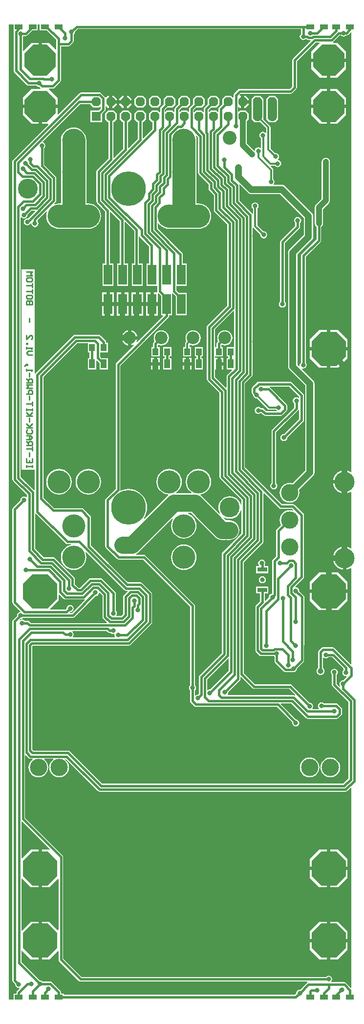
<source format=gbl>
G04*
G04 #@! TF.GenerationSoftware,Altium Limited,Altium Designer,18.0.11 (651)*
G04*
G04 Layer_Physical_Order=2*
G04 Layer_Color=39423*
%FSLAX44Y44*%
%MOMM*%
G71*
G01*
G75*
%ADD13C,0.2540*%
%ADD19R,1.0160X1.2700*%
%ADD27R,1.4000X0.8600*%
%ADD71C,0.3500*%
%ADD72C,0.4000*%
%ADD73C,2.0000*%
%ADD74C,1.0000*%
%ADD76C,0.2800*%
%ADD77C,4.0000*%
%ADD78C,3.0000*%
%ADD80C,0.9000*%
%ADD83C,1.6000*%
%ADD98C,4.0000*%
%ADD99C,2.2000*%
%ADD100P,5.9532X8X292.5*%
%ADD101C,0.8000*%
%ADD102C,6.0000*%
%ADD103C,3.4500*%
%ADD104C,2.4000*%
%ADD105P,6.4944X8X292.5*%
%ADD106P,1.7318X8X292.5*%
%ADD107R,1.6000X1.6000*%
%ADD108C,3.0000*%
%ADD109C,3.5000*%
%ADD110C,1.0000*%
%ADD111R,1.0160X1.5240*%
%ADD112R,1.7000X0.8000*%
%ADD113R,1.5000X3.5000*%
%ADD114C,1.2000*%
G36*
X-1000Y56700D02*
X11532D01*
X27922Y40311D01*
Y33000D01*
Y23798D01*
X26748Y23312D01*
X15020Y35040D01*
X3000D01*
Y5000D01*
X-3000D01*
Y35040D01*
X-15020D01*
X-28748Y21312D01*
X-29922Y21798D01*
Y46509D01*
X-29674Y46674D01*
X-29509Y46922D01*
X-25000D01*
X-25000Y46922D01*
X-23439Y47232D01*
X-22116Y48116D01*
X-13532Y56700D01*
X-4000D01*
Y67000D01*
X-1000D01*
Y56700D01*
D02*
G37*
G36*
X-46000Y56700D02*
X-46000Y56700D01*
X-45856Y55430D01*
X-46078Y54314D01*
X-46078Y54314D01*
Y-13000D01*
X-46078Y-13000D01*
X-45768Y-14561D01*
X-44884Y-15884D01*
X-22884Y-37884D01*
X-22884Y-37884D01*
X-21561Y-38768D01*
X-20000Y-39078D01*
X-20000Y-39078D01*
X-6491D01*
X-6326Y-39326D01*
X-4341Y-40652D01*
X-2000Y-41118D01*
X-1708Y-41059D01*
X116Y-42884D01*
X116Y-42884D01*
X324Y-43023D01*
X632Y-44749D01*
X480Y-44960D01*
X-15020D01*
X-30040Y-59980D01*
Y-72000D01*
X-0D01*
X30040D01*
Y-59980D01*
X15408Y-45348D01*
X15934Y-44078D01*
X22000D01*
X22000Y-44078D01*
X23561Y-43768D01*
X24884Y-42884D01*
X34884Y-32884D01*
X34884Y-32884D01*
X35768Y-31561D01*
X36078Y-30000D01*
Y28922D01*
X49000D01*
X49000Y28922D01*
X50561Y29232D01*
X51884Y30116D01*
X56884Y35116D01*
X57768Y36439D01*
X58078Y38000D01*
X58078Y38000D01*
Y49509D01*
X58326Y49674D01*
X59652Y51659D01*
X60118Y54000D01*
X60059Y54292D01*
X64689Y58922D01*
X451922D01*
Y50491D01*
X451674Y50326D01*
X450348Y48341D01*
X449883Y46000D01*
X450348Y43659D01*
X451674Y41674D01*
X453659Y40348D01*
X456000Y39883D01*
X458341Y40348D01*
X460326Y41674D01*
X461573Y41345D01*
X461801Y41116D01*
X461801Y41116D01*
X463125Y40232D01*
X464685Y39922D01*
X468494D01*
X468980Y38748D01*
X438116Y7884D01*
X437232Y6561D01*
X436922Y5000D01*
X436922Y5000D01*
Y-40311D01*
X432311Y-44922D01*
X346000D01*
X344439Y-45232D01*
X343116Y-46116D01*
X336116Y-53116D01*
X335232Y-54439D01*
X334922Y-56000D01*
X334922Y-56000D01*
Y-59462D01*
X333748Y-59948D01*
X330800Y-57000D01*
X320800D01*
X315800Y-62000D01*
Y-71232D01*
X310116Y-76916D01*
X309232Y-78239D01*
X308922Y-79800D01*
X308922Y-79800D01*
Y-84262D01*
X307748Y-84748D01*
X305400Y-82400D01*
X295400D01*
X293252Y-84548D01*
X292078Y-84062D01*
Y-81089D01*
X296168Y-77000D01*
X305400D01*
X310400Y-72000D01*
Y-62000D01*
X305400Y-57000D01*
X295400D01*
X290400Y-62000D01*
Y-71232D01*
X285116Y-76516D01*
X284232Y-77839D01*
X283922Y-79400D01*
X283922Y-79400D01*
Y-84662D01*
X282748Y-85148D01*
X280000Y-82400D01*
X270000D01*
X267252Y-85148D01*
X266078Y-84662D01*
Y-81689D01*
X270768Y-77000D01*
X280000D01*
X285000Y-72000D01*
Y-62000D01*
X280000Y-57000D01*
X270000D01*
X265000Y-62000D01*
Y-71232D01*
X259116Y-77116D01*
X258232Y-78439D01*
X257922Y-80000D01*
X257922Y-80000D01*
Y-84062D01*
X256748Y-84548D01*
X254600Y-82400D01*
X244600D01*
X242252Y-84748D01*
X241078Y-84262D01*
Y-81289D01*
X245368Y-77000D01*
X254600D01*
X259600Y-72000D01*
Y-62000D01*
X254600Y-57000D01*
X244600D01*
X239600Y-62000D01*
Y-71232D01*
X234116Y-76716D01*
X233232Y-78039D01*
X232922Y-79600D01*
X232922Y-79600D01*
Y-84462D01*
X231748Y-84948D01*
X229200Y-82400D01*
X219200D01*
X217252Y-84348D01*
X216078Y-83862D01*
Y-80889D01*
X219968Y-77000D01*
X229200D01*
X234200Y-72000D01*
Y-62000D01*
X229200Y-57000D01*
X219200D01*
X214200Y-62000D01*
Y-71232D01*
X209116Y-76316D01*
X208232Y-77639D01*
X207922Y-79200D01*
X207922Y-79200D01*
Y-84862D01*
X206748Y-85348D01*
X203800Y-82400D01*
X193800D01*
X188800Y-87400D01*
Y-97400D01*
X193800Y-102400D01*
X194722D01*
Y-114342D01*
X178652Y-130412D01*
X177478Y-129926D01*
Y-102400D01*
X178400D01*
X183400Y-97400D01*
Y-87400D01*
X178400Y-82400D01*
X168400D01*
X163400Y-87400D01*
Y-97400D01*
X168400Y-102400D01*
X169322D01*
Y-131257D01*
X153252Y-147327D01*
X152078Y-146841D01*
Y-102400D01*
X153000D01*
X158000Y-97400D01*
Y-87400D01*
X153000Y-82400D01*
X143000D01*
X138000Y-87400D01*
Y-97400D01*
X143000Y-102400D01*
X143922D01*
Y-148172D01*
X127852Y-164242D01*
X126678Y-163756D01*
Y-102400D01*
X127600D01*
X132600Y-97400D01*
Y-87400D01*
X127600Y-82400D01*
X117600D01*
X112600Y-87400D01*
Y-97400D01*
X117600Y-102400D01*
X118522D01*
Y-165086D01*
X98616Y-184992D01*
X97732Y-186315D01*
X97422Y-187876D01*
X97422Y-187876D01*
Y-239956D01*
X97422Y-239956D01*
X97732Y-241516D01*
X98616Y-242840D01*
X112922Y-257145D01*
Y-340000D01*
Y-347100D01*
X108249D01*
Y-386100D01*
X127249D01*
Y-347100D01*
X121078D01*
Y-340000D01*
Y-258476D01*
X122252Y-257990D01*
X137922Y-273660D01*
Y-340000D01*
Y-347100D01*
X133649D01*
Y-386100D01*
X152649D01*
Y-347100D01*
X146078D01*
Y-340000D01*
Y-274991D01*
X147252Y-274505D01*
X162922Y-290175D01*
Y-347100D01*
X159049D01*
Y-386100D01*
X178049D01*
Y-347100D01*
X171078D01*
Y-300917D01*
X172348Y-300531D01*
X172716Y-301082D01*
X188922Y-317287D01*
Y-347100D01*
X184449D01*
Y-386100D01*
X202922D01*
Y-395000D01*
X202922Y-395000D01*
X203139Y-396090D01*
X202740Y-396867D01*
X202355Y-397360D01*
X196949D01*
Y-414400D01*
X203989D01*
Y-399553D01*
X205259Y-399027D01*
X209849Y-403617D01*
Y-436900D01*
X212673D01*
X213159Y-438073D01*
X168059Y-483173D01*
X166982Y-482454D01*
X168192Y-479535D01*
X168262Y-479000D01*
X158000D01*
Y-489262D01*
X158535Y-489192D01*
X161454Y-487982D01*
X162173Y-489059D01*
X132116Y-519116D01*
X131232Y-520439D01*
X130922Y-522000D01*
X130922Y-522000D01*
Y-737311D01*
X114116Y-754116D01*
X113232Y-755439D01*
X112922Y-757000D01*
X112922Y-757000D01*
Y-837000D01*
X112922Y-837000D01*
X113232Y-838561D01*
X114116Y-839884D01*
X133116Y-858884D01*
X133116Y-858884D01*
X134439Y-859768D01*
X136000Y-860078D01*
X136000Y-860078D01*
X178311D01*
X259922Y-941689D01*
Y-1077509D01*
X259674Y-1077674D01*
X258348Y-1079659D01*
X257882Y-1082000D01*
X258348Y-1084341D01*
X259674Y-1086326D01*
X259922Y-1086491D01*
Y-1102272D01*
X259922Y-1102272D01*
X259922Y-1102272D01*
Y-1105000D01*
X259922Y-1105000D01*
X260232Y-1106561D01*
X261116Y-1107884D01*
X267116Y-1113884D01*
X267116Y-1113884D01*
X268439Y-1114768D01*
X270000Y-1115078D01*
X270000Y-1115078D01*
X410131D01*
X437076Y-1142024D01*
X436883Y-1143000D01*
X437348Y-1145341D01*
X438674Y-1147326D01*
X440659Y-1148652D01*
X443000Y-1149118D01*
X445341Y-1148652D01*
X447326Y-1147326D01*
X448652Y-1145341D01*
X449118Y-1143000D01*
X448652Y-1140659D01*
X447326Y-1138674D01*
X445341Y-1137348D01*
X443587Y-1136999D01*
X416839Y-1110252D01*
X417325Y-1109078D01*
X434825D01*
X460631Y-1134884D01*
X460631Y-1134884D01*
X461954Y-1135768D01*
X463515Y-1136078D01*
X463515Y-1136078D01*
X513728D01*
X513728Y-1136078D01*
X515289Y-1135768D01*
X516612Y-1134884D01*
X521884Y-1129612D01*
X521884Y-1129612D01*
X522768Y-1128289D01*
X523078Y-1126728D01*
Y-1119272D01*
X523078Y-1119272D01*
X522768Y-1117711D01*
X521884Y-1116388D01*
X515862Y-1110366D01*
X514539Y-1109482D01*
X512978Y-1109172D01*
X512978Y-1109172D01*
X491991D01*
X491826Y-1108924D01*
X489841Y-1107598D01*
X487500Y-1107132D01*
X485159Y-1107598D01*
X483174Y-1108924D01*
X481848Y-1110909D01*
X481382Y-1113250D01*
X481848Y-1115591D01*
X483174Y-1117576D01*
X483288Y-1117652D01*
X482903Y-1118922D01*
X472455D01*
X471776Y-1117652D01*
X472652Y-1116341D01*
X473117Y-1114000D01*
X472652Y-1111659D01*
X471326Y-1109674D01*
X469341Y-1108348D01*
X467000Y-1107883D01*
X466708Y-1107941D01*
X435884Y-1077116D01*
X434561Y-1076232D01*
X433000Y-1075922D01*
X433000Y-1075922D01*
X372689D01*
X353078Y-1056311D01*
Y-864689D01*
X385884Y-831884D01*
X385884Y-831884D01*
X386768Y-830561D01*
X387078Y-829000D01*
Y-745505D01*
X388252Y-745019D01*
X414116Y-770884D01*
X415439Y-771768D01*
X417000Y-772078D01*
X417000Y-772078D01*
X436311D01*
X438502Y-774270D01*
X437829Y-775393D01*
X435533Y-774696D01*
X432200Y-774368D01*
X428867Y-774696D01*
X425663Y-775668D01*
X422710Y-777247D01*
X420121Y-779371D01*
X417997Y-781960D01*
X416418Y-784913D01*
X415446Y-788117D01*
X415118Y-791450D01*
X415446Y-794783D01*
X416418Y-797987D01*
X417629Y-800253D01*
X410116Y-807766D01*
X409232Y-809089D01*
X408922Y-810650D01*
X408922Y-810650D01*
Y-854311D01*
X403115Y-860117D01*
X402231Y-861440D01*
X401921Y-863001D01*
X401921Y-863001D01*
Y-918998D01*
X400159Y-919348D01*
X398174Y-920674D01*
X396848Y-922659D01*
X396382Y-925000D01*
X396441Y-925292D01*
X390252Y-931481D01*
X389078Y-930995D01*
Y-918500D01*
X395500D01*
Y-906500D01*
X374500D01*
Y-918500D01*
X380922D01*
Y-932326D01*
X374116Y-939131D01*
X373232Y-940454D01*
X372922Y-942015D01*
X372922Y-942015D01*
Y-1017213D01*
X372922Y-1017213D01*
X373232Y-1018774D01*
X374116Y-1020097D01*
X379901Y-1025882D01*
X381224Y-1026766D01*
X382785Y-1027076D01*
X382785Y-1027076D01*
X405508D01*
X405673Y-1027324D01*
X405921Y-1027489D01*
Y-1035726D01*
X405921Y-1035726D01*
X406231Y-1037287D01*
X407115Y-1038610D01*
X422387Y-1053882D01*
X423711Y-1054766D01*
X425271Y-1055076D01*
X425271Y-1055076D01*
X436999D01*
X436999Y-1055076D01*
X437896Y-1054898D01*
X439000Y-1055117D01*
X441341Y-1054652D01*
X443326Y-1053326D01*
X444652Y-1051341D01*
X445118Y-1049000D01*
X445059Y-1048706D01*
X456384Y-1037381D01*
X457268Y-1036058D01*
X457578Y-1034497D01*
X457578Y-1034497D01*
Y-924500D01*
X457578Y-924500D01*
X457268Y-922939D01*
X456384Y-921616D01*
X456384Y-921616D01*
X449059Y-914292D01*
X449118Y-914000D01*
X448652Y-911659D01*
X447326Y-909674D01*
X445341Y-908348D01*
X443000Y-907883D01*
X442602Y-907962D01*
X441977Y-906791D01*
X455884Y-892884D01*
X455884Y-892884D01*
X456768Y-891561D01*
X457078Y-890000D01*
Y-783000D01*
X457078Y-783000D01*
X456768Y-781439D01*
X455884Y-780116D01*
X455884Y-780116D01*
X440884Y-765116D01*
X439561Y-764232D01*
X438000Y-763922D01*
X438000Y-763922D01*
X418689D01*
X355078Y-700311D01*
Y-554961D01*
X366884Y-543156D01*
X367768Y-541833D01*
X368078Y-540272D01*
X368078Y-540272D01*
Y-284918D01*
X369348Y-284533D01*
X369796Y-285203D01*
X381500Y-296908D01*
X381382Y-297500D01*
X381848Y-299841D01*
X383174Y-301826D01*
X385159Y-303152D01*
X387500Y-303617D01*
X389841Y-303152D01*
X391826Y-301826D01*
X393152Y-299841D01*
X393618Y-297500D01*
X393152Y-295159D01*
X391826Y-293174D01*
X389841Y-291848D01*
X387500Y-291383D01*
X386908Y-291500D01*
X376323Y-280916D01*
Y-252161D01*
X376826Y-251826D01*
X378152Y-249841D01*
X378618Y-247500D01*
X378152Y-245159D01*
X376826Y-243174D01*
X374841Y-241848D01*
X372500Y-241382D01*
X370159Y-241848D01*
X368174Y-243174D01*
X366848Y-245159D01*
X366382Y-247500D01*
X366848Y-249841D01*
X368174Y-251826D01*
X368677Y-252161D01*
Y-260513D01*
X367407Y-260898D01*
X366884Y-260116D01*
X366884Y-260116D01*
X345078Y-238311D01*
Y-212000D01*
X345078Y-212000D01*
X344901Y-211108D01*
X346072Y-210483D01*
X360294Y-224706D01*
X361965Y-225988D01*
X363912Y-226794D01*
X366000Y-227069D01*
X415658D01*
X456931Y-268342D01*
Y-297658D01*
X431794Y-322794D01*
X430512Y-324465D01*
X429706Y-326412D01*
X429431Y-328500D01*
X429706Y-330588D01*
X429931Y-331132D01*
Y-355000D01*
Y-365000D01*
Y-375000D01*
Y-525500D01*
X430206Y-527588D01*
X431012Y-529534D01*
X432294Y-531206D01*
X459431Y-558342D01*
Y-705808D01*
X437075Y-728164D01*
X435533Y-727696D01*
X432200Y-727368D01*
X428867Y-727696D01*
X425663Y-728668D01*
X422710Y-730247D01*
X420121Y-732371D01*
X417997Y-734960D01*
X416418Y-737913D01*
X415446Y-741117D01*
X415118Y-744450D01*
X415446Y-747783D01*
X416418Y-750987D01*
X417997Y-753940D01*
X420121Y-756529D01*
X422710Y-758653D01*
X425663Y-760232D01*
X428867Y-761204D01*
X432200Y-761532D01*
X435533Y-761204D01*
X438737Y-760232D01*
X441690Y-758653D01*
X444279Y-756529D01*
X446403Y-753940D01*
X447982Y-750987D01*
X448954Y-747783D01*
X449282Y-744450D01*
X448954Y-741117D01*
X448486Y-739575D01*
X473206Y-714856D01*
X474488Y-713185D01*
X475294Y-711238D01*
X475569Y-709150D01*
Y-555000D01*
X475294Y-552912D01*
X474488Y-550965D01*
X473206Y-549294D01*
X453908Y-529996D01*
X454533Y-528826D01*
X456000Y-529118D01*
X458341Y-528652D01*
X460326Y-527326D01*
X461652Y-525341D01*
X462118Y-523000D01*
X461652Y-520659D01*
X460326Y-518674D01*
X460078Y-518509D01*
Y-335689D01*
X485884Y-309884D01*
X485884Y-309884D01*
X486768Y-308561D01*
X487078Y-307000D01*
X487078Y-307000D01*
Y-283694D01*
X487992Y-282992D01*
X489114Y-281530D01*
X489820Y-279827D01*
X490060Y-278000D01*
Y-269000D01*
Y-260000D01*
Y-252924D01*
X499992Y-242992D01*
X501115Y-241530D01*
X501820Y-239827D01*
X502060Y-238000D01*
Y-190000D01*
Y-180000D01*
Y-171000D01*
X501820Y-169173D01*
X501115Y-167470D01*
X499992Y-166007D01*
X498530Y-164886D01*
X496827Y-164180D01*
X495000Y-163940D01*
X493173Y-164180D01*
X491470Y-164886D01*
X490008Y-166007D01*
X488885Y-167470D01*
X488180Y-169173D01*
X487940Y-171000D01*
Y-180000D01*
Y-190000D01*
Y-235075D01*
X478008Y-245008D01*
X476885Y-246470D01*
X476180Y-248173D01*
X475940Y-250000D01*
Y-260000D01*
Y-269000D01*
Y-278000D01*
X476180Y-279827D01*
X476885Y-281530D01*
X478008Y-282992D01*
X478922Y-283694D01*
Y-305311D01*
X453116Y-331116D01*
X452232Y-332439D01*
X451922Y-334000D01*
X451922Y-334000D01*
Y-518509D01*
X451674Y-518674D01*
X450348Y-520659D01*
X449883Y-523000D01*
X450174Y-524467D01*
X449004Y-525093D01*
X446069Y-522158D01*
Y-375000D01*
Y-365000D01*
Y-355000D01*
Y-331342D01*
X470706Y-306706D01*
X471988Y-305035D01*
X472794Y-303088D01*
X473069Y-301000D01*
Y-265000D01*
X472794Y-262912D01*
X471988Y-260965D01*
X470706Y-259294D01*
X424706Y-213294D01*
X423035Y-212012D01*
X421088Y-211206D01*
X419000Y-210931D01*
X405449D01*
X404770Y-209661D01*
X405652Y-208341D01*
X406118Y-206000D01*
X405652Y-203659D01*
X404326Y-201674D01*
X403823Y-201339D01*
Y-185000D01*
X403532Y-183537D01*
X402704Y-182296D01*
X399501Y-179093D01*
X400027Y-177823D01*
X406989D01*
X407324Y-178326D01*
X409309Y-179652D01*
X411650Y-180117D01*
X413991Y-179652D01*
X415976Y-178326D01*
X417302Y-176341D01*
X417767Y-174000D01*
X417302Y-171659D01*
X415976Y-169674D01*
X413991Y-168348D01*
X412137Y-167979D01*
X411844Y-166647D01*
X412326Y-166326D01*
X413652Y-164341D01*
X414118Y-162000D01*
X413652Y-159659D01*
X412326Y-157674D01*
X410341Y-156348D01*
X408000Y-155883D01*
X407407Y-156000D01*
X399323Y-147916D01*
Y-111300D01*
X399032Y-109837D01*
X398204Y-108596D01*
X386600Y-96993D01*
Y-93055D01*
X386686Y-92400D01*
Y-67000D01*
X386600Y-66345D01*
Y-62000D01*
X381600Y-57000D01*
X377255D01*
X376600Y-56914D01*
X375945Y-57000D01*
X371600D01*
X366600Y-62000D01*
Y-66345D01*
X366514Y-67000D01*
Y-92400D01*
X366600Y-93055D01*
Y-97400D01*
X371600Y-102400D01*
X375945D01*
X376600Y-102486D01*
X377255Y-102400D01*
X381193D01*
X391677Y-112884D01*
Y-120410D01*
X390407Y-120795D01*
X390326Y-120674D01*
X388341Y-119348D01*
X386000Y-118882D01*
X383659Y-119348D01*
X381674Y-120674D01*
X380348Y-122659D01*
X379883Y-125000D01*
X380348Y-127341D01*
X381674Y-129326D01*
X382927Y-130162D01*
Y-146548D01*
X381657Y-147227D01*
X380341Y-146348D01*
X378000Y-145882D01*
X375659Y-146348D01*
X373674Y-147674D01*
X372348Y-149659D01*
X372032Y-151251D01*
X370653Y-151669D01*
X358260Y-139276D01*
Y-100340D01*
X361200Y-97400D01*
Y-87400D01*
X356200Y-82400D01*
X346200D01*
X344252Y-84348D01*
X343078Y-83862D01*
Y-76348D01*
X344252Y-75862D01*
X345930Y-77540D01*
X348200D01*
Y-67000D01*
X351200D01*
D01*
X348200D01*
Y-56460D01*
X346104D01*
X345328Y-55439D01*
X347689Y-53078D01*
X434000D01*
X434000Y-53078D01*
X435561Y-52768D01*
X436884Y-51884D01*
X443884Y-44884D01*
X443884Y-44884D01*
X444768Y-43561D01*
X445078Y-42000D01*
X445078Y-42000D01*
Y3311D01*
X477689Y35922D01*
X484066D01*
X484592Y34652D01*
X469960Y20020D01*
Y8000D01*
X500000D01*
X530040D01*
Y20020D01*
X515020Y35040D01*
X508005D01*
X507853Y35251D01*
X508161Y36977D01*
X508369Y37116D01*
X519175Y47922D01*
X521509D01*
X521674Y47674D01*
X523659Y46348D01*
X526000Y45883D01*
X528341Y46348D01*
X530326Y47674D01*
X530491Y47922D01*
X531000D01*
X531000Y47922D01*
X532561Y48232D01*
X533884Y49116D01*
X538327Y53559D01*
X539500Y53073D01*
X539500Y-707797D01*
X538230Y-708412D01*
X535206Y-706796D01*
X531428Y-705650D01*
X530500Y-705558D01*
Y-725400D01*
Y-745241D01*
X531428Y-745150D01*
X535206Y-744004D01*
X538230Y-742388D01*
X539500Y-743003D01*
Y-839897D01*
X538230Y-840512D01*
X535206Y-838896D01*
X531428Y-837750D01*
X530500Y-837658D01*
Y-857500D01*
Y-877342D01*
X531428Y-877250D01*
X535206Y-876104D01*
X538230Y-874488D01*
X539500Y-875103D01*
X539500Y-1041073D01*
X538327Y-1041559D01*
X509884Y-1013116D01*
X508561Y-1012232D01*
X507000Y-1011922D01*
X507000Y-1011922D01*
X490000D01*
X488439Y-1012232D01*
X487116Y-1013116D01*
X487116Y-1013116D01*
X483116Y-1017116D01*
X482232Y-1018439D01*
X481922Y-1020000D01*
X481922Y-1020000D01*
Y-1047306D01*
X481008Y-1048008D01*
X479886Y-1049470D01*
X479180Y-1051173D01*
X478940Y-1053000D01*
X479180Y-1054827D01*
X479886Y-1056530D01*
X481008Y-1057992D01*
X482470Y-1059115D01*
X484173Y-1059820D01*
X486000Y-1060060D01*
X487827Y-1059820D01*
X489530Y-1059115D01*
X490993Y-1057992D01*
X492114Y-1056530D01*
X492820Y-1054827D01*
X493060Y-1053000D01*
X492820Y-1051173D01*
X492114Y-1049470D01*
X490993Y-1048008D01*
X490078Y-1047306D01*
Y-1030455D01*
X491348Y-1029776D01*
X492659Y-1030652D01*
X495000Y-1031117D01*
X497341Y-1030652D01*
X499326Y-1029326D01*
X499491Y-1029078D01*
X505825D01*
X525922Y-1049175D01*
Y-1051509D01*
X525674Y-1051674D01*
X524348Y-1053659D01*
X523882Y-1056000D01*
X524348Y-1058341D01*
X525674Y-1060326D01*
X527659Y-1061652D01*
X530000Y-1062117D01*
X530398Y-1062038D01*
X531023Y-1063209D01*
X525042Y-1069191D01*
X524750Y-1069133D01*
X522409Y-1069598D01*
X520424Y-1070924D01*
X519098Y-1072909D01*
X518633Y-1075250D01*
X519098Y-1077591D01*
X520269Y-1079343D01*
X520196Y-1079904D01*
X519165Y-1080335D01*
X518811Y-1080315D01*
X513918Y-1075423D01*
Y-1059651D01*
X514166Y-1059486D01*
X515492Y-1057501D01*
X515957Y-1055160D01*
X515492Y-1052819D01*
X514166Y-1050834D01*
X512181Y-1049508D01*
X509840Y-1049043D01*
X507499Y-1049508D01*
X505514Y-1050834D01*
X504188Y-1052819D01*
X503722Y-1055160D01*
X504188Y-1057501D01*
X505514Y-1059486D01*
X505762Y-1059651D01*
Y-1077112D01*
X505762Y-1077112D01*
X506072Y-1078673D01*
X506956Y-1079996D01*
X533922Y-1106961D01*
Y-1239207D01*
X525207Y-1247922D01*
X107175D01*
X51369Y-1192116D01*
X50046Y-1191232D01*
X48485Y-1190922D01*
X48485Y-1190922D01*
X-11920D01*
X-13922Y-1188920D01*
Y-1010175D01*
X-12825Y-1009078D01*
X153970D01*
X153970Y-1009078D01*
X155531Y-1008768D01*
X156854Y-1007884D01*
X192884Y-971854D01*
X193768Y-970531D01*
X194078Y-968970D01*
X194078Y-968970D01*
Y-919544D01*
X193768Y-917983D01*
X192884Y-916660D01*
X192884Y-916660D01*
X176884Y-900660D01*
X175561Y-899776D01*
X174000Y-899466D01*
X174000Y-899466D01*
X152234D01*
X88078Y-835311D01*
Y-787000D01*
X87768Y-785439D01*
X86884Y-784116D01*
X86884Y-784116D01*
X74884Y-772116D01*
X73561Y-771232D01*
X72000Y-770922D01*
X72000Y-770922D01*
X24689D01*
X6078Y-752311D01*
Y-562000D01*
Y-543175D01*
X64253Y-485000D01*
X82760D01*
Y-501350D01*
X85842D01*
Y-511380D01*
X82760D01*
Y-530620D01*
X96920D01*
Y-515324D01*
X98190Y-514798D01*
X103080Y-519688D01*
Y-530620D01*
X117240D01*
Y-511380D01*
X106308D01*
X104078Y-509151D01*
Y-501350D01*
X117240D01*
Y-484650D01*
X114238D01*
Y-483160D01*
X113928Y-481599D01*
X113044Y-480276D01*
X104805Y-472038D01*
X103482Y-471154D01*
X101922Y-470843D01*
X101922Y-470843D01*
X60078D01*
X58518Y-471154D01*
X57194Y-472038D01*
X-7884Y-537116D01*
X-8193Y-537579D01*
X-9463Y-537194D01*
Y-357236D01*
X-31872D01*
Y-704540D01*
X-10348D01*
X-9463Y-704540D01*
X-9078Y-705651D01*
Y-739913D01*
X-9441Y-740164D01*
X-10348Y-740399D01*
X-33922Y-716825D01*
Y-267223D01*
X-32652Y-266838D01*
X-32326Y-267326D01*
X-30341Y-268652D01*
X-28000Y-269118D01*
X-25659Y-268652D01*
X-23674Y-267326D01*
X-22348Y-265341D01*
X-21883Y-263000D01*
X-21941Y-262708D01*
X-14711Y-255478D01*
X-9450D01*
X-8964Y-256652D01*
X-21328Y-269016D01*
X-22000Y-268883D01*
X-24341Y-269348D01*
X-26326Y-270674D01*
X-27652Y-272659D01*
X-28117Y-275000D01*
X-27652Y-277341D01*
X-26326Y-279326D01*
X-24341Y-280652D01*
X-22000Y-281117D01*
X-19659Y-280652D01*
X-17674Y-279326D01*
X-16348Y-277341D01*
X-16110Y-276144D01*
X-16038Y-276117D01*
X-14930Y-277055D01*
X-15117Y-278000D01*
X-14652Y-280341D01*
X-13326Y-282326D01*
X-11341Y-283652D01*
X-9000Y-284118D01*
X-6659Y-283652D01*
X-4674Y-282326D01*
X-3348Y-280341D01*
X-2882Y-278000D01*
X-3348Y-275659D01*
X-4674Y-273674D01*
X-4657Y-272365D01*
X10797Y-256911D01*
X11920Y-257584D01*
X10918Y-260887D01*
X10494Y-265200D01*
X10918Y-269513D01*
X12176Y-273660D01*
X14219Y-277482D01*
X16968Y-280832D01*
X20318Y-283581D01*
X24140Y-285624D01*
X28287Y-286882D01*
X32600Y-287306D01*
X61000D01*
X61000Y-287306D01*
X61000Y-287306D01*
X83400D01*
X87713Y-286882D01*
X91860Y-285624D01*
X95682Y-283581D01*
X99032Y-280832D01*
X101781Y-277482D01*
X103824Y-273660D01*
X105082Y-269513D01*
X105506Y-265200D01*
X105082Y-260887D01*
X103824Y-256740D01*
X101781Y-252918D01*
X99032Y-249568D01*
X95682Y-246819D01*
X91860Y-244776D01*
X87713Y-243518D01*
X83400Y-243094D01*
X80106D01*
Y-189000D01*
Y-133800D01*
X79682Y-129487D01*
X78424Y-125340D01*
X76381Y-121518D01*
X73632Y-118168D01*
X70282Y-115419D01*
X66460Y-113376D01*
X62313Y-112118D01*
X58000Y-111694D01*
X53687Y-112118D01*
X49540Y-113376D01*
X45718Y-115419D01*
X42368Y-118168D01*
X39619Y-121518D01*
X37576Y-125340D01*
X36318Y-129487D01*
X35894Y-133800D01*
Y-189000D01*
Y-243094D01*
X32600D01*
X28287Y-243518D01*
X24985Y-244520D01*
X24311Y-243397D01*
X26884Y-240825D01*
X26884Y-240825D01*
X27768Y-239502D01*
X28078Y-237941D01*
Y-199053D01*
X28078Y-199053D01*
X27768Y-197493D01*
X26884Y-196169D01*
X26884Y-196169D01*
X7078Y-176364D01*
Y-147491D01*
X7326Y-147326D01*
X8652Y-145341D01*
X9118Y-143000D01*
X8652Y-140659D01*
X7326Y-138674D01*
X5341Y-137348D01*
X4798Y-137240D01*
X4429Y-136025D01*
X69376Y-71078D01*
X87200D01*
Y-72000D01*
X92200Y-77000D01*
X102200D01*
X103948Y-75252D01*
X105122Y-75738D01*
Y-78711D01*
X101432Y-82400D01*
X87200D01*
Y-102400D01*
X107200D01*
Y-88168D01*
X112084Y-83284D01*
X112968Y-81961D01*
X113278Y-80400D01*
X113278Y-80400D01*
Y-75148D01*
X114452Y-74662D01*
X117330Y-77540D01*
X119600D01*
Y-67000D01*
Y-56460D01*
X117330D01*
X114244Y-59546D01*
X113924Y-59569D01*
X112722Y-59272D01*
X112084Y-58316D01*
X105884Y-52116D01*
X104561Y-51232D01*
X103000Y-50922D01*
X103000Y-50922D01*
X71201D01*
X69640Y-51232D01*
X68317Y-52116D01*
X68317Y-52116D01*
X31310Y-89123D01*
X30040Y-88597D01*
Y-78000D01*
X3000D01*
Y-105040D01*
X13597D01*
X14123Y-106310D01*
X-46884Y-167317D01*
X-47768Y-168640D01*
X-48078Y-170201D01*
X-48078Y-170201D01*
Y-721000D01*
X-48078Y-721000D01*
X-47768Y-722561D01*
X-46884Y-723884D01*
X-23078Y-747689D01*
Y-751545D01*
X-24348Y-752224D01*
X-25659Y-751348D01*
X-28000Y-750882D01*
X-30341Y-751348D01*
X-32326Y-752674D01*
X-33652Y-754659D01*
X-34118Y-757000D01*
X-34060Y-757292D01*
X-46884Y-770116D01*
X-47768Y-771439D01*
X-48078Y-773000D01*
X-48078Y-773000D01*
Y-934272D01*
X-48078Y-934272D01*
X-47768Y-935833D01*
X-46884Y-937156D01*
X-34377Y-949663D01*
X-34795Y-951041D01*
X-36341Y-951348D01*
X-38326Y-952674D01*
X-39652Y-954659D01*
X-40118Y-957000D01*
X-40059Y-957292D01*
X-46884Y-964116D01*
X-47768Y-965439D01*
X-48078Y-967000D01*
X-48078Y-967000D01*
Y-986000D01*
X-48078Y-1589000D01*
X-48078Y-1589000D01*
X-47768Y-1590561D01*
X-46884Y-1591884D01*
X-43060Y-1595708D01*
X-43117Y-1596000D01*
X-42652Y-1598341D01*
X-41326Y-1600326D01*
X-39341Y-1601652D01*
X-37000Y-1602117D01*
X-36602Y-1602038D01*
X-35977Y-1603209D01*
X-39884Y-1607116D01*
X-40768Y-1608439D01*
X-41078Y-1610000D01*
X-41078Y-1610000D01*
Y-1611700D01*
X-46000D01*
Y-1622000D01*
X-54500D01*
X-54500Y67000D01*
X-46000D01*
Y56700D01*
D02*
G37*
G36*
X273522Y-128289D02*
Y-190026D01*
X273522Y-190026D01*
X273832Y-191587D01*
X274716Y-192910D01*
X291922Y-210116D01*
Y-217911D01*
X291922Y-217912D01*
X292232Y-219472D01*
X293116Y-220795D01*
X300922Y-228601D01*
Y-254911D01*
X300922Y-254912D01*
X301232Y-256472D01*
X302116Y-257795D01*
X323922Y-279601D01*
Y-420311D01*
X290116Y-454116D01*
X289232Y-455439D01*
X288922Y-457000D01*
X288922Y-457000D01*
Y-547485D01*
X288922Y-547485D01*
X289232Y-549046D01*
X290116Y-550369D01*
X310922Y-571175D01*
Y-716911D01*
X310922Y-716912D01*
X311232Y-718472D01*
X312116Y-719795D01*
X348922Y-756601D01*
Y-765506D01*
X347652Y-765694D01*
X346653Y-762402D01*
X344842Y-759014D01*
X342405Y-756045D01*
X339436Y-753608D01*
X336049Y-751797D01*
X332373Y-750682D01*
X328550Y-750306D01*
X324727Y-750682D01*
X321052Y-751797D01*
X317664Y-753608D01*
X314695Y-756045D01*
X312258Y-759014D01*
X310447Y-762402D01*
X309332Y-766077D01*
X308956Y-769900D01*
X309332Y-773723D01*
X310447Y-777398D01*
X311704Y-779750D01*
X310673Y-780515D01*
X280279Y-750121D01*
X277975Y-748230D01*
X278218Y-746930D01*
X278713Y-746882D01*
X282860Y-745624D01*
X286682Y-743581D01*
X290032Y-740832D01*
X292781Y-737482D01*
X294824Y-733660D01*
X296082Y-729513D01*
X296506Y-725200D01*
X296082Y-720887D01*
X294824Y-716740D01*
X292781Y-712918D01*
X290032Y-709568D01*
X286682Y-706819D01*
X282860Y-704776D01*
X278713Y-703518D01*
X274400Y-703093D01*
X270087Y-703518D01*
X265940Y-704776D01*
X262118Y-706819D01*
X258768Y-709568D01*
X256019Y-712918D01*
X253976Y-716740D01*
X252718Y-720887D01*
X252294Y-725200D01*
X252718Y-729513D01*
X253976Y-733660D01*
X256019Y-737482D01*
X258768Y-740832D01*
X262118Y-743581D01*
X262689Y-743886D01*
X262380Y-745118D01*
X235620D01*
X235311Y-743886D01*
X235882Y-743581D01*
X239232Y-740832D01*
X241981Y-737482D01*
X244024Y-733660D01*
X245282Y-729513D01*
X245706Y-725200D01*
X245282Y-720887D01*
X244024Y-716740D01*
X241981Y-712918D01*
X239232Y-709568D01*
X235882Y-706819D01*
X232060Y-704776D01*
X227913Y-703518D01*
X223600Y-703093D01*
X219287Y-703518D01*
X215140Y-704776D01*
X211318Y-706819D01*
X207968Y-709568D01*
X205219Y-712918D01*
X203176Y-716740D01*
X201918Y-720887D01*
X201494Y-725200D01*
X201918Y-729513D01*
X203176Y-733660D01*
X205219Y-737482D01*
X207968Y-740832D01*
X211318Y-743581D01*
X215140Y-745624D01*
X219287Y-746882D01*
X221411Y-747091D01*
X221810Y-748406D01*
X219721Y-750121D01*
X180774Y-789069D01*
X179769Y-788277D01*
X182100Y-784473D01*
X184028Y-779819D01*
X185204Y-774921D01*
X185599Y-769900D01*
X185204Y-764879D01*
X184028Y-759981D01*
X182100Y-755327D01*
X179469Y-751033D01*
X176197Y-747203D01*
X172367Y-743931D01*
X168073Y-741300D01*
X163419Y-739372D01*
X158521Y-738196D01*
X153500Y-737801D01*
X148479Y-738196D01*
X143581Y-739372D01*
X139975Y-740865D01*
X139554Y-740660D01*
X138891Y-739940D01*
X139078Y-739000D01*
X139078Y-739000D01*
Y-523689D01*
X222233Y-440535D01*
X223117Y-439212D01*
X223428Y-437651D01*
Y-436900D01*
X228849D01*
Y-399413D01*
X230119Y-398887D01*
X235249Y-404017D01*
Y-436900D01*
X254249D01*
Y-397900D01*
X240668D01*
X236078Y-393311D01*
Y-386100D01*
X254249D01*
Y-347100D01*
X247078D01*
Y-331000D01*
X246768Y-329439D01*
X245884Y-328116D01*
X244561Y-327232D01*
X244289Y-327178D01*
X203678Y-286567D01*
Y-277212D01*
X204910Y-276904D01*
X205219Y-277482D01*
X207968Y-280832D01*
X211318Y-283581D01*
X215140Y-285624D01*
X219287Y-286882D01*
X223600Y-287306D01*
X274400D01*
X278713Y-286882D01*
X282860Y-285624D01*
X286682Y-283581D01*
X290032Y-280832D01*
X292781Y-277482D01*
X294824Y-273660D01*
X296082Y-269513D01*
X296506Y-265200D01*
X296082Y-260887D01*
X294824Y-256740D01*
X292781Y-252918D01*
X290032Y-249568D01*
X286682Y-246819D01*
X282860Y-244776D01*
X278713Y-243518D01*
X274400Y-243093D01*
X271106D01*
Y-189000D01*
X271106Y-189000D01*
Y-133800D01*
X270682Y-129487D01*
X269706Y-126269D01*
X270828Y-125596D01*
X273522Y-128289D01*
D02*
G37*
G36*
X335922Y-429991D02*
Y-491650D01*
X323080D01*
Y-508350D01*
X326082D01*
Y-511380D01*
X323080D01*
Y-530620D01*
X331953D01*
X332439Y-531793D01*
X324116Y-540116D01*
X323232Y-541439D01*
X322922Y-543000D01*
X322922Y-543000D01*
Y-561495D01*
X321748Y-561981D01*
X303078Y-543311D01*
Y-531160D01*
X306840D01*
Y-521000D01*
Y-510840D01*
X303078D01*
Y-508350D01*
X316920D01*
Y-491650D01*
X313918D01*
Y-488926D01*
X315188Y-488078D01*
X316605Y-488665D01*
X319999Y-489111D01*
X323393Y-488665D01*
X326555Y-487355D01*
X329271Y-485271D01*
X331355Y-482555D01*
X332665Y-479393D01*
X333111Y-475999D01*
X332665Y-472606D01*
X331355Y-469443D01*
X329271Y-466727D01*
X326555Y-464644D01*
X323393Y-463334D01*
X319999Y-462887D01*
X316605Y-463334D01*
X313443Y-464644D01*
X310728Y-466727D01*
X308644Y-469443D01*
X307334Y-472606D01*
X306887Y-475999D01*
X307334Y-479393D01*
X308360Y-481871D01*
X306956Y-483274D01*
X306072Y-484598D01*
X305762Y-486158D01*
X305762Y-486158D01*
Y-491650D01*
X303078D01*
Y-461175D01*
X334748Y-429505D01*
X335922Y-429991D01*
D02*
G37*
G36*
X348922Y-774294D02*
Y-814884D01*
X316116Y-847690D01*
X315232Y-849013D01*
X314922Y-850574D01*
X314922Y-850574D01*
Y-1021825D01*
X276116Y-1060631D01*
X275232Y-1061954D01*
X274922Y-1063515D01*
X274922Y-1063515D01*
Y-1092311D01*
X273292Y-1093941D01*
X273000Y-1093883D01*
X270659Y-1094348D01*
X269348Y-1095224D01*
X268078Y-1094545D01*
Y-1086491D01*
X268326Y-1086326D01*
X269652Y-1084341D01*
X270117Y-1082000D01*
X269652Y-1079659D01*
X268326Y-1077674D01*
X268078Y-1077509D01*
Y-940000D01*
X267768Y-938439D01*
X266884Y-937116D01*
X266884Y-937116D01*
X182884Y-853116D01*
X181561Y-852232D01*
X180000Y-851922D01*
X180000Y-851922D01*
X165998D01*
X165909Y-851703D01*
X165781Y-850652D01*
X168490Y-849203D01*
X171079Y-847079D01*
X229339Y-788819D01*
X230371Y-789584D01*
X228576Y-792940D01*
X227318Y-797087D01*
X226894Y-801400D01*
X227318Y-805713D01*
X228576Y-809860D01*
X230619Y-813682D01*
X233368Y-817032D01*
X236718Y-819781D01*
X240540Y-821824D01*
X244687Y-823082D01*
X249000Y-823506D01*
X253313Y-823082D01*
X257460Y-821824D01*
X261282Y-819781D01*
X264632Y-817032D01*
X267381Y-813682D01*
X269424Y-809860D01*
X270682Y-805713D01*
X271106Y-801400D01*
X270682Y-797087D01*
X269424Y-792940D01*
X267381Y-789118D01*
X264632Y-785768D01*
X261282Y-783019D01*
X257460Y-780976D01*
X256062Y-780552D01*
X256250Y-779282D01*
X261124D01*
X302921Y-821079D01*
X305510Y-823203D01*
X308463Y-824782D01*
X311667Y-825754D01*
X315000Y-826082D01*
X328000D01*
X331333Y-825754D01*
X334537Y-824782D01*
X337490Y-823203D01*
X340079Y-821079D01*
X342203Y-818490D01*
X343782Y-815537D01*
X344754Y-812333D01*
X345082Y-809000D01*
X344754Y-805667D01*
X343782Y-802463D01*
X342203Y-799510D01*
X340079Y-796921D01*
X337490Y-794797D01*
X334537Y-793218D01*
X331333Y-792246D01*
X328000Y-791918D01*
X322076D01*
X317935Y-787777D01*
X318700Y-786746D01*
X321052Y-788003D01*
X324727Y-789118D01*
X328550Y-789494D01*
X332373Y-789118D01*
X336049Y-788003D01*
X339436Y-786192D01*
X342405Y-783755D01*
X344842Y-780786D01*
X346653Y-777398D01*
X347652Y-774106D01*
X348922Y-774294D01*
D02*
G37*
G36*
X107922Y-922281D02*
Y-959213D01*
X107922Y-959213D01*
X108232Y-960774D01*
X109116Y-962097D01*
X115767Y-968748D01*
X115281Y-969922D01*
X-16311D01*
X-19116Y-967116D01*
X-20439Y-966232D01*
X-22000Y-965922D01*
X-22000Y-965922D01*
X-26509D01*
X-26674Y-965674D01*
X-28659Y-964348D01*
X-31000Y-963883D01*
X-33341Y-964348D01*
X-34677Y-965241D01*
X-35487Y-964254D01*
X-34292Y-963059D01*
X-34000Y-963118D01*
X-31659Y-962652D01*
X-29674Y-961326D01*
X-29509Y-961078D01*
X56320D01*
X56320Y-961078D01*
X57881Y-960768D01*
X59204Y-959884D01*
X95708Y-923380D01*
X96000Y-923438D01*
X98341Y-922972D01*
X100326Y-921646D01*
X101652Y-919661D01*
X101959Y-918115D01*
X103337Y-917697D01*
X107922Y-922281D01*
D02*
G37*
G36*
X40903Y-927884D02*
X40903Y-927884D01*
X42226Y-928768D01*
X43787Y-929078D01*
X75592D01*
X75592Y-929078D01*
X76947Y-928809D01*
X77430Y-929322D01*
X77696Y-929856D01*
X54631Y-952922D01*
X52147D01*
X51553Y-951652D01*
X51964Y-951160D01*
X52040Y-951110D01*
X54341Y-950652D01*
X56326Y-949326D01*
X57652Y-947341D01*
X58117Y-945000D01*
X57652Y-942659D01*
X56326Y-940674D01*
X54341Y-939348D01*
X52000Y-938883D01*
X49659Y-939348D01*
X47674Y-940674D01*
X46348Y-942659D01*
X45883Y-945000D01*
X45940Y-945292D01*
X44311Y-946922D01*
X17738D01*
X17252Y-945748D01*
X32000Y-931000D01*
Y-920777D01*
X33270Y-920251D01*
X40903Y-927884D01*
D02*
G37*
G36*
X44116Y-831884D02*
X44116Y-831884D01*
X45439Y-832768D01*
X47000Y-833078D01*
X53518D01*
X53687Y-834318D01*
X49540Y-835576D01*
X45718Y-837619D01*
X42368Y-840368D01*
X39619Y-843718D01*
X37576Y-847540D01*
X36318Y-851687D01*
X35894Y-856000D01*
X36318Y-860313D01*
X37576Y-864460D01*
X39619Y-868282D01*
X42368Y-871632D01*
X45718Y-874381D01*
X49540Y-876424D01*
X53687Y-877682D01*
X58000Y-878106D01*
X62313Y-877682D01*
X66460Y-876424D01*
X70282Y-874381D01*
X73632Y-871632D01*
X76381Y-868282D01*
X78424Y-864460D01*
X79682Y-860313D01*
X80106Y-856000D01*
X79682Y-851687D01*
X78424Y-847540D01*
X78346Y-847395D01*
X79377Y-846630D01*
X145631Y-912884D01*
X145631Y-912884D01*
X146954Y-913768D01*
X148515Y-914078D01*
X148515Y-914078D01*
X151281D01*
X151768Y-915252D01*
X145116Y-921903D01*
X144232Y-923226D01*
X143922Y-924787D01*
X143922Y-924787D01*
Y-954311D01*
X140311Y-957922D01*
X132455D01*
X131776Y-956652D01*
X132652Y-955341D01*
X133118Y-953000D01*
X132652Y-950659D01*
X131326Y-948674D01*
X131078Y-948509D01*
Y-918622D01*
X130768Y-917061D01*
X129884Y-915738D01*
X129884Y-915738D01*
X107582Y-893436D01*
X106259Y-892552D01*
X104698Y-892242D01*
X104698Y-892242D01*
X87302D01*
X85741Y-892552D01*
X84418Y-893436D01*
X84418Y-893436D01*
X68932Y-908922D01*
X66689D01*
X60078Y-902311D01*
Y-893544D01*
X60078Y-893544D01*
X59768Y-891983D01*
X58884Y-890660D01*
X58884Y-890660D01*
X25340Y-857116D01*
X24016Y-856232D01*
X22456Y-855922D01*
X22456Y-855922D01*
X5903D01*
X-8922Y-841097D01*
Y-780602D01*
X-8559Y-780350D01*
X-7652Y-780116D01*
X44116Y-831884D01*
D02*
G37*
G36*
X117114Y-985882D02*
X118437Y-986766D01*
X119998Y-987076D01*
X119998Y-987076D01*
X122509D01*
X122674Y-987324D01*
X124659Y-988650D01*
X127000Y-989116D01*
X128002Y-988916D01*
X129082Y-989996D01*
X128883Y-991000D01*
X129348Y-993341D01*
X129656Y-993802D01*
X129057Y-994922D01*
X57455D01*
X56776Y-993652D01*
X57652Y-992341D01*
X58117Y-990000D01*
X57652Y-987659D01*
X56326Y-985674D01*
X55838Y-985348D01*
X56223Y-984078D01*
X115311D01*
X117114Y-985882D01*
D02*
G37*
G36*
X326922Y-1031505D02*
Y-1052311D01*
X294292Y-1084940D01*
X294000Y-1084883D01*
X291659Y-1085348D01*
X290348Y-1086224D01*
X289078Y-1085545D01*
Y-1067689D01*
X325748Y-1031019D01*
X326922Y-1031505D01*
D02*
G37*
G36*
X368116Y-1082884D02*
X368116Y-1082884D01*
X369439Y-1083768D01*
X371000Y-1084078D01*
X371000Y-1084078D01*
X431311D01*
X441695Y-1094462D01*
X440885Y-1095449D01*
X440561Y-1095232D01*
X439000Y-1094922D01*
X439000Y-1094922D01*
X325455D01*
X324776Y-1093652D01*
X325652Y-1092341D01*
X326118Y-1090000D01*
X326059Y-1089708D01*
X345884Y-1069884D01*
X345884Y-1069884D01*
X346768Y-1068561D01*
X347078Y-1067000D01*
Y-1063505D01*
X348252Y-1063019D01*
X368116Y-1082884D01*
D02*
G37*
G36*
X16530Y-1361298D02*
X15896Y-1362460D01*
X3000D01*
Y-1395000D01*
Y-1427540D01*
X16270D01*
X30748Y-1413062D01*
X31922Y-1413548D01*
Y-1501452D01*
X30748Y-1501938D01*
X16270Y-1487460D01*
X3000D01*
Y-1520000D01*
Y-1552540D01*
X16270D01*
X30748Y-1538062D01*
X31922Y-1538548D01*
Y-1553000D01*
X31922Y-1553000D01*
X32232Y-1554561D01*
X33116Y-1555884D01*
X67116Y-1589884D01*
X67116Y-1589884D01*
X68439Y-1590768D01*
X70000Y-1591078D01*
X70000Y-1591078D01*
X463054D01*
X463243Y-1591645D01*
X463265Y-1592348D01*
X462116Y-1593116D01*
X462116Y-1593116D01*
X450292Y-1604940D01*
X450000Y-1604883D01*
X447659Y-1605348D01*
X445674Y-1606674D01*
X444348Y-1608659D01*
X443882Y-1611000D01*
X443941Y-1611292D01*
X441311Y-1613922D01*
X41000D01*
Y-1611700D01*
X36078D01*
Y-1609272D01*
X35768Y-1607711D01*
X34884Y-1606388D01*
X20612Y-1592116D01*
X19289Y-1591232D01*
X17728Y-1590922D01*
X17728Y-1590922D01*
X4491D01*
X4326Y-1590674D01*
X2341Y-1589348D01*
X0Y-1588882D01*
X-292Y-1588940D01*
X-32531Y-1556702D01*
Y-1537939D01*
X-31357Y-1537453D01*
X-16270Y-1552540D01*
X-3000D01*
Y-1520000D01*
Y-1487460D01*
X-16270D01*
X-31357Y-1502547D01*
X-32531Y-1502061D01*
Y-1412939D01*
X-31357Y-1412453D01*
X-16270Y-1427540D01*
X-3000D01*
Y-1395000D01*
Y-1362460D01*
X-16270D01*
X-31357Y-1377547D01*
X-32531Y-1377061D01*
Y-1313896D01*
X-31357Y-1313410D01*
X16530Y-1361298D01*
D02*
G37*
G36*
X-19884Y-1203884D02*
X-19884Y-1203884D01*
X-18561Y-1204768D01*
X-17000Y-1205078D01*
X-17000Y-1205078D01*
X-13617D01*
X-13163Y-1206348D01*
X-15079Y-1207921D01*
X-17203Y-1210510D01*
X-18782Y-1213463D01*
X-19754Y-1216667D01*
X-20082Y-1220000D01*
X-19754Y-1223333D01*
X-18782Y-1226537D01*
X-17203Y-1229490D01*
X-15079Y-1232079D01*
X-12490Y-1234203D01*
X-9537Y-1235782D01*
X-6333Y-1236754D01*
X-3000Y-1237082D01*
X333Y-1236754D01*
X3537Y-1235782D01*
X6490Y-1234203D01*
X9079Y-1232079D01*
X11203Y-1229490D01*
X12782Y-1226537D01*
X13754Y-1223333D01*
X14082Y-1220000D01*
X13754Y-1216667D01*
X12782Y-1213463D01*
X11203Y-1210510D01*
X9079Y-1207921D01*
X7163Y-1206348D01*
X7617Y-1205078D01*
X22383D01*
X22837Y-1206348D01*
X20921Y-1207921D01*
X18797Y-1210510D01*
X17218Y-1213463D01*
X16246Y-1216667D01*
X15918Y-1220000D01*
X16246Y-1223333D01*
X17218Y-1226537D01*
X18797Y-1229490D01*
X20921Y-1232079D01*
X23510Y-1234203D01*
X26463Y-1235782D01*
X29667Y-1236754D01*
X33000Y-1237082D01*
X36333Y-1236754D01*
X39537Y-1235782D01*
X42490Y-1234203D01*
X45079Y-1232079D01*
X47203Y-1229490D01*
X48782Y-1226537D01*
X49754Y-1223333D01*
X50082Y-1220000D01*
X49754Y-1216667D01*
X48782Y-1213463D01*
X47203Y-1210510D01*
X45079Y-1207921D01*
X43962Y-1207004D01*
X44312Y-1205649D01*
X44793Y-1205561D01*
X100116Y-1260884D01*
X100116Y-1260884D01*
X101439Y-1261768D01*
X103000Y-1262078D01*
X529381D01*
X529381Y-1262078D01*
X530942Y-1261768D01*
X532265Y-1260884D01*
X538327Y-1254822D01*
X539500Y-1255309D01*
X539500Y-1601073D01*
X538327Y-1601559D01*
X529884Y-1593116D01*
X528561Y-1592232D01*
X527000Y-1591922D01*
X527000Y-1591922D01*
X505455D01*
X504776Y-1590652D01*
X505652Y-1589341D01*
X506118Y-1587000D01*
X505652Y-1584659D01*
X504326Y-1582674D01*
X502341Y-1581348D01*
X500000Y-1580883D01*
X497659Y-1581348D01*
X495674Y-1582674D01*
X495509Y-1582922D01*
X71689D01*
X40078Y-1551311D01*
Y-1375000D01*
X40078Y-1375000D01*
X39768Y-1373439D01*
X38884Y-1372116D01*
X-25922Y-1307311D01*
Y-1199505D01*
X-24748Y-1199019D01*
X-19884Y-1203884D01*
D02*
G37*
%LPC*%
G36*
X530040Y2000D02*
X503000D01*
Y-25040D01*
X515020D01*
X530040Y-10020D01*
Y2000D01*
D02*
G37*
G36*
X497000D02*
X469960D01*
Y-10020D01*
X484980Y-25040D01*
X497000D01*
Y2000D01*
D02*
G37*
G36*
X356470Y-56460D02*
X354200D01*
Y-64000D01*
X361740D01*
Y-61730D01*
X356470Y-56460D01*
D02*
G37*
G36*
X153270D02*
X151000D01*
Y-64000D01*
X158540D01*
Y-61730D01*
X153270Y-56460D01*
D02*
G37*
G36*
X127870D02*
X125600D01*
Y-64000D01*
X133140D01*
Y-61730D01*
X127870Y-56460D01*
D02*
G37*
G36*
X145000D02*
X142730D01*
X137460Y-61730D01*
Y-64000D01*
X145000D01*
Y-56460D01*
D02*
G37*
G36*
X515020Y-44960D02*
X503000D01*
Y-72000D01*
X530040D01*
Y-59980D01*
X515020Y-44960D01*
D02*
G37*
G36*
X497000D02*
X484980D01*
X469960Y-59980D01*
Y-72000D01*
X497000D01*
Y-44960D01*
D02*
G37*
G36*
X203800Y-57000D02*
X193800D01*
X188800Y-62000D01*
Y-72000D01*
X193800Y-77000D01*
X203800D01*
X208800Y-72000D01*
Y-62000D01*
X203800Y-57000D01*
D02*
G37*
G36*
X178400D02*
X168400D01*
X163400Y-62000D01*
Y-72000D01*
X168400Y-77000D01*
X178400D01*
X183400Y-72000D01*
Y-62000D01*
X178400Y-57000D01*
D02*
G37*
G36*
X361740Y-70000D02*
X354200D01*
Y-77540D01*
X356470D01*
X361740Y-72270D01*
Y-70000D01*
D02*
G37*
G36*
X158540D02*
X151000D01*
Y-77540D01*
X153270D01*
X158540Y-72270D01*
Y-70000D01*
D02*
G37*
G36*
X145000D02*
X137460D01*
Y-72270D01*
X142730Y-77540D01*
X145000D01*
Y-70000D01*
D02*
G37*
G36*
X133140D02*
X125600D01*
Y-77540D01*
X127870D01*
X133140Y-72270D01*
Y-70000D01*
D02*
G37*
G36*
X402000Y-56914D02*
X401345Y-57000D01*
X397000D01*
X392000Y-62000D01*
Y-66345D01*
X391914Y-67000D01*
Y-92400D01*
X392000Y-93055D01*
Y-97400D01*
X397000Y-102400D01*
X401345D01*
X402000Y-102486D01*
X402655Y-102400D01*
X407000D01*
X412000Y-97400D01*
Y-93055D01*
X412086Y-92400D01*
Y-67000D01*
X412000Y-66345D01*
Y-62000D01*
X407000Y-57000D01*
X402655D01*
X402000Y-56914D01*
D02*
G37*
G36*
X530040Y-78000D02*
X503000D01*
Y-105040D01*
X515020D01*
X530040Y-90020D01*
Y-78000D01*
D02*
G37*
G36*
X497000D02*
X469960D01*
Y-90020D01*
X484980Y-105040D01*
X497000D01*
Y-78000D01*
D02*
G37*
G36*
X-3000Y-78000D02*
X-30040D01*
Y-90020D01*
X-15020Y-105040D01*
X-3000D01*
Y-78000D01*
D02*
G37*
G36*
X190949Y-397360D02*
X183909D01*
Y-414400D01*
X190949D01*
Y-397360D01*
D02*
G37*
G36*
X178589D02*
X171549D01*
Y-414400D01*
X178589D01*
Y-397360D01*
D02*
G37*
G36*
X165549D02*
X158509D01*
Y-414400D01*
X165549D01*
Y-397360D01*
D02*
G37*
G36*
X153189D02*
X146149D01*
Y-414400D01*
X153189D01*
Y-397360D01*
D02*
G37*
G36*
X140149D02*
X133109D01*
Y-414400D01*
X140149D01*
Y-397360D01*
D02*
G37*
G36*
X127789D02*
X120749D01*
Y-414400D01*
X127789D01*
Y-397360D01*
D02*
G37*
G36*
X114749D02*
X107709D01*
Y-414400D01*
X114749D01*
Y-397360D01*
D02*
G37*
G36*
X446340Y-266542D02*
X443999Y-267008D01*
X442014Y-268334D01*
X440688Y-270319D01*
X440222Y-272660D01*
X440688Y-275001D01*
X442014Y-276986D01*
X442262Y-277151D01*
Y-281971D01*
X417115Y-307117D01*
X416231Y-308440D01*
X415921Y-310001D01*
X415921Y-310001D01*
Y-321860D01*
X415762Y-322660D01*
X415922Y-323464D01*
Y-413009D01*
X415674Y-413174D01*
X414348Y-415159D01*
X413882Y-417500D01*
X414348Y-419841D01*
X415674Y-421826D01*
X417659Y-423152D01*
X420000Y-423618D01*
X422341Y-423152D01*
X424326Y-421826D01*
X425652Y-419841D01*
X426118Y-417500D01*
X425652Y-415159D01*
X424326Y-413174D01*
X424078Y-413009D01*
Y-322822D01*
X424078Y-322822D01*
X424078Y-322821D01*
X424078Y-322820D01*
X424077Y-322816D01*
Y-311690D01*
X449224Y-286544D01*
X450108Y-285221D01*
X450418Y-283660D01*
X450418Y-283660D01*
Y-277151D01*
X450666Y-276986D01*
X451992Y-275001D01*
X452458Y-272660D01*
X451992Y-270319D01*
X450666Y-268334D01*
X448681Y-267008D01*
X446340Y-266542D01*
D02*
G37*
G36*
X203989Y-420400D02*
X196949D01*
Y-437440D01*
X203989D01*
Y-420400D01*
D02*
G37*
G36*
X190949D02*
X183909D01*
Y-437440D01*
X190949D01*
Y-420400D01*
D02*
G37*
G36*
X178589D02*
X171549D01*
Y-437440D01*
X178589D01*
Y-420400D01*
D02*
G37*
G36*
X165549D02*
X158509D01*
Y-437440D01*
X165549D01*
Y-420400D01*
D02*
G37*
G36*
X153189D02*
X146149D01*
Y-437440D01*
X153189D01*
Y-420400D01*
D02*
G37*
G36*
X140149D02*
X133109D01*
Y-437440D01*
X140149D01*
Y-420400D01*
D02*
G37*
G36*
X127789D02*
X120749D01*
Y-437440D01*
X127789D01*
Y-420400D01*
D02*
G37*
G36*
X114749D02*
X107709D01*
Y-437440D01*
X114749D01*
Y-420400D01*
D02*
G37*
G36*
X158000Y-462738D02*
Y-473000D01*
X168262D01*
X168192Y-472465D01*
X166827Y-469172D01*
X164657Y-466343D01*
X161828Y-464173D01*
X158535Y-462808D01*
X158000Y-462738D01*
D02*
G37*
G36*
X152000Y-462738D02*
X151465Y-462808D01*
X148172Y-464173D01*
X145343Y-466343D01*
X143173Y-469172D01*
X141809Y-472465D01*
X141738Y-473000D01*
X152000D01*
Y-462738D01*
D02*
G37*
G36*
Y-479000D02*
X141738D01*
X141809Y-479535D01*
X143173Y-482828D01*
X145343Y-485657D01*
X148172Y-487827D01*
X151465Y-489192D01*
X152000Y-489262D01*
Y-479000D01*
D02*
G37*
G36*
X516270Y-462460D02*
X503000D01*
Y-492000D01*
X532540D01*
Y-478730D01*
X516270Y-462460D01*
D02*
G37*
G36*
X497000D02*
X483730D01*
X467460Y-478730D01*
Y-492000D01*
X497000D01*
Y-462460D01*
D02*
G37*
G36*
X532540Y-498000D02*
X503000D01*
Y-527540D01*
X516270D01*
X532540Y-511270D01*
Y-498000D01*
D02*
G37*
G36*
X497000D02*
X467460D01*
Y-511270D01*
X483730Y-527540D01*
X497000D01*
Y-498000D01*
D02*
G37*
G36*
X432999Y-551921D02*
X432999Y-551921D01*
X379001D01*
X379001Y-551921D01*
X377440Y-552231D01*
X376117Y-553115D01*
X376117Y-553115D01*
X368116Y-561116D01*
X367232Y-562439D01*
X366922Y-564000D01*
X366922Y-564000D01*
Y-570750D01*
X366922Y-570750D01*
X367232Y-572311D01*
X368116Y-573634D01*
X369190Y-574708D01*
X369132Y-575000D01*
X369598Y-577341D01*
X370924Y-579326D01*
X372909Y-580652D01*
X375250Y-581118D01*
X375843Y-581000D01*
X394076Y-599233D01*
X395316Y-600061D01*
X396779Y-600353D01*
X408609D01*
X408944Y-600855D01*
X410137Y-601652D01*
X409752Y-602922D01*
X391690D01*
X387534Y-598766D01*
X386211Y-597882D01*
X384650Y-597572D01*
X384650Y-597572D01*
X382491D01*
X382325Y-597324D01*
X380341Y-595998D01*
X377999Y-595532D01*
X375658Y-595998D01*
X373674Y-597324D01*
X372348Y-599309D01*
X371882Y-601650D01*
X372348Y-603991D01*
X373674Y-605976D01*
X375658Y-607302D01*
X377999Y-607767D01*
X380341Y-607302D01*
X382325Y-605976D01*
X383567Y-606334D01*
X387117Y-609884D01*
X387117Y-609884D01*
X388440Y-610768D01*
X390000Y-611078D01*
X390001Y-611078D01*
X417000D01*
X417000Y-611078D01*
X418561Y-610768D01*
X419884Y-609884D01*
X426884Y-602884D01*
X427768Y-601561D01*
X428078Y-600000D01*
Y-593272D01*
X428078Y-593272D01*
X427768Y-591711D01*
X426884Y-590388D01*
X426884Y-590388D01*
X398611Y-562115D01*
X397462Y-561347D01*
X397484Y-560644D01*
X397673Y-560077D01*
X431310D01*
X448922Y-577689D01*
Y-579544D01*
X447652Y-580223D01*
X446340Y-579347D01*
X443999Y-578881D01*
X441658Y-579347D01*
X439673Y-580673D01*
X438347Y-582658D01*
X437882Y-584999D01*
X438347Y-587340D01*
X439673Y-589325D01*
X439922Y-589491D01*
Y-597131D01*
X402116Y-634936D01*
X401232Y-636259D01*
X400922Y-637820D01*
X400922Y-637820D01*
Y-728009D01*
X400674Y-728174D01*
X399348Y-730159D01*
X398882Y-732500D01*
X399348Y-734841D01*
X400674Y-736826D01*
X402659Y-738152D01*
X405000Y-738617D01*
X407341Y-738152D01*
X409326Y-736826D01*
X410652Y-734841D01*
X411118Y-732500D01*
X410652Y-730159D01*
X409326Y-728174D01*
X409078Y-728009D01*
Y-639509D01*
X446884Y-601704D01*
X446884Y-601704D01*
X447652Y-600555D01*
X448355Y-600577D01*
X448922Y-600766D01*
Y-616311D01*
X422792Y-642440D01*
X422500Y-642383D01*
X420159Y-642848D01*
X418174Y-644174D01*
X416848Y-646159D01*
X416382Y-648500D01*
X416848Y-650841D01*
X418174Y-652826D01*
X420159Y-654152D01*
X422500Y-654617D01*
X424841Y-654152D01*
X426826Y-652826D01*
X428152Y-650841D01*
X428618Y-648500D01*
X428559Y-648208D01*
X455884Y-620884D01*
X455884Y-620884D01*
X456768Y-619561D01*
X457078Y-618000D01*
X457078Y-618000D01*
Y-576000D01*
X456768Y-574439D01*
X455884Y-573116D01*
X455884Y-573116D01*
X435883Y-553115D01*
X434560Y-552231D01*
X434301Y-552179D01*
X432999Y-551921D01*
D02*
G37*
G36*
X524500Y-705558D02*
X523572Y-705650D01*
X519794Y-706796D01*
X516312Y-708657D01*
X513261Y-711161D01*
X510757Y-714212D01*
X508896Y-717694D01*
X507750Y-721471D01*
X507659Y-722400D01*
X524500D01*
Y-705558D01*
D02*
G37*
G36*
Y-728400D02*
X507659D01*
X507750Y-729329D01*
X508896Y-733106D01*
X510757Y-736588D01*
X513261Y-739639D01*
X516312Y-742143D01*
X519794Y-744004D01*
X523572Y-745150D01*
X524500Y-745241D01*
Y-728400D01*
D02*
G37*
G36*
X83400Y-703094D02*
X79087Y-703518D01*
X74940Y-704776D01*
X71118Y-706819D01*
X67768Y-709568D01*
X65019Y-712918D01*
X62976Y-716740D01*
X61718Y-720887D01*
X61294Y-725200D01*
X61718Y-729513D01*
X62976Y-733660D01*
X65019Y-737482D01*
X67768Y-740832D01*
X71118Y-743581D01*
X74940Y-745624D01*
X79087Y-746882D01*
X83400Y-747307D01*
X87713Y-746882D01*
X91860Y-745624D01*
X95682Y-743581D01*
X99032Y-740832D01*
X101781Y-737482D01*
X103824Y-733660D01*
X105082Y-729513D01*
X105506Y-725200D01*
X105082Y-720887D01*
X103824Y-716740D01*
X101781Y-712918D01*
X99032Y-709568D01*
X95682Y-706819D01*
X91860Y-704776D01*
X87713Y-703518D01*
X83400Y-703094D01*
D02*
G37*
G36*
X32600D02*
X28287Y-703518D01*
X24140Y-704776D01*
X20318Y-706819D01*
X16968Y-709568D01*
X14219Y-712918D01*
X12176Y-716740D01*
X10918Y-720887D01*
X10494Y-725200D01*
X10918Y-729513D01*
X12176Y-733660D01*
X14219Y-737482D01*
X16968Y-740832D01*
X20318Y-743581D01*
X24140Y-745624D01*
X28287Y-746882D01*
X32600Y-747307D01*
X36913Y-746882D01*
X41060Y-745624D01*
X44882Y-743581D01*
X48232Y-740832D01*
X50981Y-737482D01*
X53024Y-733660D01*
X54282Y-729513D01*
X54706Y-725200D01*
X54282Y-720887D01*
X53024Y-716740D01*
X50981Y-712918D01*
X48232Y-709568D01*
X44882Y-706819D01*
X41060Y-704776D01*
X36913Y-703518D01*
X32600Y-703094D01*
D02*
G37*
G36*
X524500Y-837658D02*
X523572Y-837750D01*
X519794Y-838896D01*
X516312Y-840757D01*
X513261Y-843261D01*
X510757Y-846312D01*
X508896Y-849794D01*
X507750Y-853571D01*
X507659Y-854500D01*
X524500D01*
Y-837658D01*
D02*
G37*
G36*
Y-860500D02*
X507659D01*
X507750Y-861429D01*
X508896Y-865206D01*
X510757Y-868688D01*
X513261Y-871739D01*
X516312Y-874243D01*
X519794Y-876104D01*
X523572Y-877250D01*
X524500Y-877342D01*
Y-860500D01*
D02*
G37*
G36*
X384000Y-859883D02*
X381659Y-860348D01*
X379674Y-861674D01*
X378348Y-863659D01*
X377882Y-866000D01*
X378348Y-868341D01*
X379610Y-870230D01*
X379500Y-870714D01*
X379146Y-871500D01*
X374500D01*
Y-883500D01*
X395500D01*
Y-871500D01*
X389078D01*
Y-869199D01*
X389652Y-868341D01*
X390117Y-866000D01*
X389652Y-863659D01*
X388326Y-861674D01*
X386341Y-860348D01*
X384000Y-859883D01*
D02*
G37*
G36*
X385000Y-888882D02*
X382659Y-889348D01*
X380674Y-890674D01*
X379348Y-892659D01*
X378882Y-895000D01*
X379348Y-897341D01*
X380674Y-899326D01*
X382659Y-900652D01*
X385000Y-901117D01*
X387341Y-900652D01*
X389326Y-899326D01*
X390652Y-897341D01*
X391118Y-895000D01*
X390652Y-892659D01*
X389326Y-890674D01*
X387341Y-889348D01*
X385000Y-888882D01*
D02*
G37*
G36*
X516270Y-882460D02*
X503000D01*
Y-912000D01*
X532540D01*
Y-898730D01*
X516270Y-882460D01*
D02*
G37*
G36*
X497000D02*
X483730D01*
X467460Y-898730D01*
Y-912000D01*
X497000D01*
Y-882460D01*
D02*
G37*
G36*
X532540Y-918000D02*
X503000D01*
Y-947540D01*
X516270D01*
X532540Y-931270D01*
Y-918000D01*
D02*
G37*
G36*
X497000D02*
X467460D01*
Y-931270D01*
X483730Y-947540D01*
X497000D01*
Y-918000D01*
D02*
G37*
G36*
X503000Y-1202918D02*
X499667Y-1203246D01*
X496463Y-1204218D01*
X493510Y-1205797D01*
X490921Y-1207921D01*
X488797Y-1210510D01*
X487218Y-1213463D01*
X486246Y-1216667D01*
X485918Y-1220000D01*
X486246Y-1223333D01*
X487218Y-1226537D01*
X488797Y-1229490D01*
X490921Y-1232079D01*
X493510Y-1234203D01*
X496463Y-1235782D01*
X499667Y-1236754D01*
X503000Y-1237082D01*
X506333Y-1236754D01*
X509537Y-1235782D01*
X512490Y-1234203D01*
X515079Y-1232079D01*
X517203Y-1229490D01*
X518782Y-1226537D01*
X519754Y-1223333D01*
X520082Y-1220000D01*
X519754Y-1216667D01*
X518782Y-1213463D01*
X517203Y-1210510D01*
X515079Y-1207921D01*
X512490Y-1205797D01*
X509537Y-1204218D01*
X506333Y-1203246D01*
X503000Y-1202918D01*
D02*
G37*
G36*
X467000D02*
X463667Y-1203246D01*
X460463Y-1204218D01*
X457510Y-1205797D01*
X454921Y-1207921D01*
X452797Y-1210510D01*
X451218Y-1213463D01*
X450246Y-1216667D01*
X449918Y-1220000D01*
X450246Y-1223333D01*
X451218Y-1226537D01*
X452797Y-1229490D01*
X454921Y-1232079D01*
X457510Y-1234203D01*
X460463Y-1235782D01*
X463667Y-1236754D01*
X467000Y-1237082D01*
X470333Y-1236754D01*
X473537Y-1235782D01*
X476490Y-1234203D01*
X479079Y-1232079D01*
X481203Y-1229490D01*
X482782Y-1226537D01*
X483754Y-1223333D01*
X484082Y-1220000D01*
X483754Y-1216667D01*
X482782Y-1213463D01*
X481203Y-1210510D01*
X479079Y-1207921D01*
X476490Y-1205797D01*
X473537Y-1204218D01*
X470333Y-1203246D01*
X467000Y-1202918D01*
D02*
G37*
G36*
X209999Y-462887D02*
X206605Y-463334D01*
X203443Y-464644D01*
X200728Y-466727D01*
X198644Y-469443D01*
X197334Y-472606D01*
X196887Y-475999D01*
X197334Y-479393D01*
X198360Y-481871D01*
X196956Y-483274D01*
X196072Y-484598D01*
X195762Y-486158D01*
X195762Y-486158D01*
Y-491650D01*
X192760D01*
Y-508350D01*
X206920D01*
Y-491650D01*
X203918D01*
Y-488926D01*
X205188Y-488078D01*
X206605Y-488665D01*
X209999Y-489111D01*
X213393Y-488665D01*
X216555Y-487355D01*
X219271Y-485271D01*
X221355Y-482555D01*
X222665Y-479393D01*
X223111Y-475999D01*
X222665Y-472606D01*
X221355Y-469443D01*
X219271Y-466727D01*
X216555Y-464644D01*
X213393Y-463334D01*
X209999Y-462887D01*
D02*
G37*
G36*
X265000Y-462888D02*
X261606Y-463335D01*
X258444Y-464645D01*
X255728Y-466728D01*
X253645Y-469444D01*
X252335Y-472606D01*
X251888Y-476000D01*
X252335Y-479394D01*
X253466Y-482126D01*
X252136Y-483456D01*
X251308Y-484697D01*
X251017Y-486160D01*
Y-491650D01*
X247760D01*
Y-508350D01*
X261920D01*
Y-491650D01*
X258663D01*
Y-488821D01*
X259933Y-487972D01*
X261606Y-488665D01*
X265000Y-489112D01*
X268394Y-488665D01*
X271556Y-487355D01*
X274272Y-485272D01*
X276355Y-482556D01*
X277665Y-479394D01*
X278112Y-476000D01*
X277665Y-472606D01*
X276355Y-469444D01*
X274272Y-466728D01*
X271556Y-464645D01*
X268394Y-463335D01*
X265000Y-462888D01*
D02*
G37*
G36*
X262460Y-510840D02*
X257840D01*
Y-518000D01*
X262460D01*
Y-510840D01*
D02*
G37*
G36*
X207460D02*
X202840D01*
Y-518000D01*
X207460D01*
Y-510840D01*
D02*
G37*
G36*
X196840D02*
X192220D01*
Y-518000D01*
X196840D01*
Y-510840D01*
D02*
G37*
G36*
X251840D02*
X247220D01*
Y-518000D01*
X251840D01*
Y-510840D01*
D02*
G37*
G36*
X282240Y-491650D02*
X268080D01*
Y-508350D01*
X271082D01*
Y-511380D01*
X268080D01*
Y-530620D01*
X282240D01*
Y-511380D01*
X279238D01*
Y-508350D01*
X282240D01*
Y-491650D01*
D02*
G37*
G36*
X227240D02*
X213080D01*
Y-508350D01*
X216082D01*
Y-511380D01*
X213080D01*
Y-530620D01*
X227240D01*
Y-511380D01*
X224238D01*
Y-508350D01*
X227240D01*
Y-491650D01*
D02*
G37*
G36*
X262460Y-524000D02*
X257840D01*
Y-531160D01*
X262460D01*
Y-524000D01*
D02*
G37*
G36*
X251840D02*
X247220D01*
Y-531160D01*
X251840D01*
Y-524000D01*
D02*
G37*
G36*
X207460D02*
X202840D01*
Y-531160D01*
X207460D01*
Y-524000D01*
D02*
G37*
G36*
X196840D02*
X192220D01*
Y-531160D01*
X196840D01*
Y-524000D01*
D02*
G37*
G36*
X317460Y-510840D02*
X312840D01*
Y-518000D01*
X317460D01*
Y-510840D01*
D02*
G37*
G36*
Y-524000D02*
X312840D01*
Y-531160D01*
X317460D01*
Y-524000D01*
D02*
G37*
G36*
X249000Y-833894D02*
X244687Y-834318D01*
X240540Y-835576D01*
X236718Y-837619D01*
X233368Y-840368D01*
X230619Y-843718D01*
X228576Y-847540D01*
X227318Y-851687D01*
X226894Y-856000D01*
X227318Y-860313D01*
X228576Y-864460D01*
X230619Y-868282D01*
X233368Y-871632D01*
X236718Y-874381D01*
X240540Y-876424D01*
X244687Y-877682D01*
X249000Y-878106D01*
X253313Y-877682D01*
X257460Y-876424D01*
X261282Y-874381D01*
X264632Y-871632D01*
X267381Y-868282D01*
X269424Y-864460D01*
X270682Y-860313D01*
X271106Y-856000D01*
X270682Y-851687D01*
X269424Y-847540D01*
X267381Y-843718D01*
X264632Y-840368D01*
X261282Y-837619D01*
X257460Y-835576D01*
X253313Y-834318D01*
X249000Y-833894D01*
D02*
G37*
G36*
X516270Y-1362460D02*
X503000D01*
Y-1392000D01*
X532540D01*
Y-1378730D01*
X516270Y-1362460D01*
D02*
G37*
G36*
X497000D02*
X483730D01*
X467460Y-1378730D01*
Y-1392000D01*
X497000D01*
Y-1362460D01*
D02*
G37*
G36*
X532540Y-1398000D02*
X503000D01*
Y-1427540D01*
X516270D01*
X532540Y-1411270D01*
Y-1398000D01*
D02*
G37*
G36*
X497000D02*
X467460D01*
Y-1411270D01*
X483730Y-1427540D01*
X497000D01*
Y-1398000D01*
D02*
G37*
G36*
X516270Y-1487460D02*
X503000D01*
Y-1517000D01*
X532540D01*
Y-1503730D01*
X516270Y-1487460D01*
D02*
G37*
G36*
X497000D02*
X483730D01*
X467460Y-1503730D01*
Y-1517000D01*
X497000D01*
Y-1487460D01*
D02*
G37*
G36*
X532540Y-1523000D02*
X503000D01*
Y-1552540D01*
X516270D01*
X532540Y-1536270D01*
Y-1523000D01*
D02*
G37*
G36*
X497000D02*
X467460D01*
Y-1536270D01*
X483730Y-1552540D01*
X497000D01*
Y-1523000D01*
D02*
G37*
%LPD*%
D13*
X-14003Y-700000D02*
Y-696668D01*
Y-698334D01*
X-24000D01*
Y-700000D01*
Y-696668D01*
X-14003Y-685005D02*
Y-691669D01*
X-24000D01*
Y-685005D01*
X-19002Y-691669D02*
Y-688337D01*
Y-681673D02*
Y-675008D01*
X-14003Y-671676D02*
Y-665011D01*
Y-668344D01*
X-24000D01*
Y-661679D02*
X-14003D01*
Y-656681D01*
X-15669Y-655014D01*
X-19002D01*
X-20668Y-656681D01*
Y-661679D01*
Y-658347D02*
X-24000Y-655014D01*
Y-651682D02*
X-17335D01*
X-14003Y-648350D01*
X-17335Y-645018D01*
X-24000D01*
X-19002D01*
Y-651682D01*
X-15669Y-635021D02*
X-14003Y-636687D01*
Y-640019D01*
X-15669Y-641685D01*
X-22334D01*
X-24000Y-640019D01*
Y-636687D01*
X-22334Y-635021D01*
X-14003Y-631689D02*
X-24000D01*
X-20668D01*
X-14003Y-625024D01*
X-19002Y-630023D01*
X-24000Y-625024D01*
X-19002Y-621692D02*
Y-615027D01*
X-14003Y-611695D02*
X-24000D01*
X-20668D01*
X-14003Y-605031D01*
X-19002Y-610029D01*
X-24000Y-605031D01*
X-14003Y-601698D02*
Y-598366D01*
Y-600032D01*
X-24000D01*
Y-601698D01*
Y-598366D01*
X-14003Y-593368D02*
Y-586703D01*
Y-590035D01*
X-24000D01*
X-19002Y-583371D02*
Y-576706D01*
X-24000Y-573374D02*
X-14003D01*
Y-568376D01*
X-15669Y-566710D01*
X-19002D01*
X-20668Y-568376D01*
Y-573374D01*
X-14003Y-563377D02*
X-24000D01*
X-20668Y-560045D01*
X-24000Y-556713D01*
X-14003D01*
X-24000Y-553381D02*
X-14003D01*
Y-548382D01*
X-15669Y-546716D01*
X-19002D01*
X-20668Y-548382D01*
Y-553381D01*
Y-550048D02*
X-24000Y-546716D01*
X-19002Y-543384D02*
Y-536719D01*
X-24000Y-533387D02*
Y-530055D01*
Y-531721D01*
X-14003D01*
X-15669Y-533387D01*
X-25666Y-523390D02*
X-24000Y-521724D01*
X-22334D01*
Y-523390D01*
X-24000D01*
Y-521724D01*
X-25666Y-523390D01*
X-27332Y-525056D01*
X-14003Y-505063D02*
X-20668D01*
X-24000Y-501731D01*
X-20668Y-498398D01*
X-14003D01*
X-24000Y-495066D02*
Y-491734D01*
Y-493400D01*
X-14003D01*
X-15669Y-495066D01*
X-24000Y-486735D02*
X-22334D01*
Y-485069D01*
X-24000D01*
Y-486735D01*
Y-471740D02*
Y-478405D01*
X-17335Y-471740D01*
X-15669D01*
X-14003Y-473406D01*
Y-476739D01*
X-15669Y-478405D01*
X-19002Y-448414D02*
Y-441750D01*
X-14003Y-418424D02*
X-24000D01*
Y-413426D01*
X-22334Y-411760D01*
X-20668D01*
X-19002Y-413426D01*
Y-418424D01*
Y-413426D01*
X-17335Y-411760D01*
X-15669D01*
X-14003Y-413426D01*
Y-418424D01*
Y-403429D02*
Y-406761D01*
X-15669Y-408427D01*
X-22334D01*
X-24000Y-406761D01*
Y-403429D01*
X-22334Y-401763D01*
X-15669D01*
X-14003Y-403429D01*
Y-398430D02*
Y-391766D01*
Y-395098D01*
X-24000D01*
X-14003Y-388434D02*
Y-381769D01*
Y-385102D01*
X-24000D01*
X-14003Y-373439D02*
Y-376771D01*
X-15669Y-378437D01*
X-22334D01*
X-24000Y-376771D01*
Y-373439D01*
X-22334Y-371772D01*
X-15669D01*
X-14003Y-373439D01*
X-24000Y-368440D02*
X-14003D01*
X-17335Y-365108D01*
X-14003Y-361776D01*
X-24000D01*
D19*
X110160Y-493000D02*
D03*
X89840D02*
D03*
X330160Y-500000D02*
D03*
X309840D02*
D03*
X254840D02*
D03*
X275160D02*
D03*
X199840D02*
D03*
X220160D02*
D03*
D27*
X-13000Y63000D02*
D03*
X-37000D02*
D03*
X8000D02*
D03*
X32000D02*
D03*
X537000D02*
D03*
X513000D02*
D03*
X468000D02*
D03*
X492000D02*
D03*
X468000Y-1618000D02*
D03*
X492000D02*
D03*
X537000D02*
D03*
X513000D02*
D03*
X-13000D02*
D03*
X-37000D02*
D03*
X8000D02*
D03*
X32000D02*
D03*
D71*
X254840Y-486160D02*
X265000Y-476000D01*
X254840Y-500000D02*
Y-486160D01*
X375250Y-575000D02*
X396779Y-596529D01*
X413270D01*
X398956Y-174000D02*
X411650D01*
X372500Y-282500D02*
Y-247500D01*
Y-282500D02*
X387500Y-297500D01*
X400000Y-206000D02*
Y-185000D01*
X378000Y-163000D02*
X400000Y-185000D01*
X378000Y-163000D02*
Y-152000D01*
X386750Y-161794D02*
Y-125750D01*
X386000Y-125000D02*
X386750Y-125750D01*
Y-161794D02*
X398956Y-174000D01*
X395500Y-149500D02*
Y-111300D01*
Y-149500D02*
X408000Y-162000D01*
X376600Y-92400D02*
X395500Y-111300D01*
D72*
X71201Y-55000D02*
X103000D01*
X-44000Y-170201D02*
X71201Y-55000D01*
X103000D02*
X109200Y-61200D01*
X351000Y-702000D02*
Y-553272D01*
X345000Y-704485D02*
Y-550787D01*
X339000Y-706971D02*
Y-548302D01*
X333000Y-709456D02*
Y-545816D01*
X327000Y-711941D02*
Y-543000D01*
X299000Y-545000D02*
X321000Y-567000D01*
Y-714426D02*
Y-567000D01*
X293000Y-547485D02*
X315000Y-569485D01*
Y-716912D02*
Y-569485D01*
X351000Y-702000D02*
X417000Y-768000D01*
X351000Y-553272D02*
X364000Y-540272D01*
X345000Y-704485D02*
X383000Y-742485D01*
X345000Y-550787D02*
X358000Y-537787D01*
X339000Y-706971D02*
X377000Y-744970D01*
X339000Y-548302D02*
X352000Y-535302D01*
X333000Y-709456D02*
X371000Y-747456D01*
X333000Y-545816D02*
X346000Y-532816D01*
X327000Y-711941D02*
X365000Y-749941D01*
X327000Y-543000D02*
X340000Y-530000D01*
X321000Y-714426D02*
X359000Y-752426D01*
X315000Y-716912D02*
X353000Y-754911D01*
X273000Y-1100000D02*
X279000Y-1094000D01*
X264000Y-1102272D02*
Y-1082000D01*
X264000Y-1102272D02*
X264000Y-1102272D01*
X264000Y-1105000D02*
Y-1102272D01*
Y-1105000D02*
X270000Y-1111000D01*
X47000Y-829000D02*
X67515D01*
X-5000Y-777000D02*
X47000Y-829000D01*
X-5000Y-777000D02*
Y-540000D01*
X167549Y-375549D02*
Y-366600D01*
X173400Y-132946D02*
Y-92400D01*
X113500Y-192846D02*
X173400Y-132946D01*
X113500Y-234985D02*
Y-192846D01*
X438997Y-1049000D02*
X439000D01*
X436999Y-1050998D02*
X438997Y-1049000D01*
X439000D02*
Y-1048997D01*
X453500Y-1034497D01*
Y-924500D01*
X443000Y-914000D02*
X453500Y-924500D01*
X411820Y-1111000D02*
X443820Y-1143000D01*
X135000Y-739000D02*
Y-522000D01*
X117000Y-757000D02*
X135000Y-739000D01*
X117000Y-837000D02*
Y-757000D01*
X264000Y-1082000D02*
Y-940000D01*
X180000Y-856000D02*
X264000Y-940000D01*
X136000Y-856000D02*
X180000D01*
X117000Y-837000D02*
X136000Y-856000D01*
X23000Y-775000D02*
X72000D01*
X2000Y-754000D02*
X23000Y-775000D01*
X72000D02*
X84000Y-787000D01*
X67515Y-829000D02*
X148515Y-910000D01*
X2000Y-754000D02*
Y-562000D01*
Y-541485D01*
X100000Y-510840D02*
X110160Y-521000D01*
X100000Y-510840D02*
Y-486000D01*
X94922Y-480922D02*
X100000Y-486000D01*
X62564Y-480922D02*
X94922D01*
X2000Y-541485D02*
X62564Y-480922D01*
X101922Y-474922D02*
X110160Y-483160D01*
X60078Y-474922D02*
X101922D01*
X-5000Y-540000D02*
X60078Y-474922D01*
X110160Y-493000D02*
Y-483160D01*
X405999Y-921501D02*
Y-863001D01*
X413000Y-856000D01*
Y-810650D01*
X432200Y-791450D01*
X402500Y-925000D02*
X405999Y-921501D01*
X411999Y-929001D02*
Y-893001D01*
X391999Y-949001D02*
X411999Y-929001D01*
Y-893001D02*
X435000Y-870000D01*
X438314Y-862000D02*
X443000Y-866686D01*
Y-891515D02*
Y-866686D01*
X429000Y-905515D02*
X443000Y-891515D01*
X431686Y-862000D02*
X438314D01*
X427686Y-866000D02*
X431686Y-862000D01*
X416000Y-866000D02*
X427686D01*
X429000Y-921213D02*
X434000Y-926213D01*
Y-1001000D02*
Y-926213D01*
Y-1001000D02*
X442500Y-1009500D01*
X429000Y-921213D02*
Y-905515D01*
X435000Y-908000D02*
X453000Y-890000D01*
X442499Y-967498D02*
Y-925499D01*
X435000Y-918000D02*
X442499Y-925499D01*
X435000Y-918000D02*
Y-908000D01*
X429999Y-1042998D02*
Y-1024999D01*
X419998Y-1014998D02*
X429999Y-1024999D01*
X406685Y-1014998D02*
X419998D01*
X530000Y-1056000D02*
Y-1047485D01*
X507515Y-1025000D02*
X530000Y-1047485D01*
X495000Y-1025000D02*
X507515D01*
X135000Y-522000D02*
X219349Y-437651D01*
X174000Y-903544D02*
X190000Y-919544D01*
X150544Y-903544D02*
X174000D01*
X84000Y-837000D02*
X150544Y-903544D01*
X171971Y-910000D02*
X184000Y-922029D01*
X148515Y-910000D02*
X171971D01*
X169485Y-916000D02*
X178000Y-924515D01*
X156787Y-916000D02*
X169485D01*
X148000Y-924787D02*
X156787Y-916000D01*
X167000Y-922000D02*
X172000Y-927000D01*
X159272Y-922000D02*
X167000D01*
X154000Y-927272D02*
X159272Y-922000D01*
X163000Y-940272D02*
Y-931000D01*
X169000Y-947000D02*
Y-939000D01*
X172000Y-936000D01*
Y-927000D01*
X184000Y-966485D02*
Y-922029D01*
X178000Y-964000D02*
Y-924515D01*
X154000Y-958485D02*
Y-927272D01*
X148000Y-956000D02*
Y-924787D01*
X84000Y-837000D02*
Y-787000D01*
X491093Y63000D02*
X491547Y62547D01*
X520000Y-1605000D02*
X521500Y-1606500D01*
X377000Y-1017213D02*
X382785Y-1022998D01*
X377000Y-1017213D02*
Y-942015D01*
X385000Y-934015D02*
Y-912500D01*
X377000Y-942015D02*
X385000Y-934015D01*
X353000Y-816574D02*
Y-754911D01*
X319000Y-850574D02*
X353000Y-816574D01*
X319000Y-1023515D02*
Y-850574D01*
X359000Y-819059D02*
Y-752426D01*
X325000Y-853059D02*
X359000Y-819059D01*
X325000Y-1026000D02*
Y-853059D01*
X365000Y-821544D02*
Y-749941D01*
X331000Y-855544D02*
X365000Y-821544D01*
X331000Y-1054000D02*
Y-855544D01*
X371000Y-824029D02*
Y-747456D01*
X337000Y-858029D02*
X371000Y-824029D01*
X337000Y-1059000D02*
Y-858029D01*
X343000Y-1067000D02*
Y-860515D01*
X377000Y-826515D02*
Y-744970D01*
X343000Y-860515D02*
X377000Y-826515D01*
X383000Y-829000D02*
Y-742485D01*
X349000Y-863000D02*
X383000Y-829000D01*
X349000Y-1058000D02*
Y-863000D01*
X524750Y-1075250D02*
X539000Y-1061000D01*
Y-1048000D01*
X507000Y-1016000D02*
X539000Y-1048000D01*
X490000Y-1016000D02*
X507000D01*
X486000Y-1020000D02*
X490000Y-1016000D01*
X486000Y-1053000D02*
Y-1020000D01*
X509840Y-1077112D02*
X538000Y-1105272D01*
X509840Y-1077112D02*
Y-1055160D01*
X382785Y-1022998D02*
X409999D01*
Y-1035726D02*
Y-1022998D01*
X404685Y-1016998D02*
X406685Y-1014998D01*
X385270Y-1016998D02*
X404685D01*
X391999Y-1008998D02*
Y-949001D01*
X383000Y-1014728D02*
X385270Y-1016998D01*
X409999Y-1035726D02*
X425271Y-1050998D01*
X190000Y-968970D02*
Y-919544D01*
X153970Y-1005000D02*
X190000Y-968970D01*
X151485Y-999000D02*
X184000Y-966485D01*
X-14515Y-1005000D02*
X153970D01*
X-17000Y-999000D02*
X151485D01*
X-24000Y-1006000D02*
X-17000Y-999000D01*
X-18000Y-1008485D02*
X-14515Y-1005000D01*
X119998Y-982998D02*
X127000D01*
X117000Y-980000D02*
X119998Y-982998D01*
X-18000Y-980000D02*
X117000D01*
X135000Y-991000D02*
X151000D01*
X178000Y-964000D01*
X146971Y-974000D02*
X160000Y-960971D01*
X-18000Y-974000D02*
X146971D01*
X144485Y-968000D02*
X154000Y-958485D01*
X120787Y-968000D02*
X144485D01*
X142000Y-962000D02*
X148000Y-956000D01*
X123272Y-962000D02*
X142000D01*
X160000Y-960971D02*
Y-943272D01*
X163000Y-940272D01*
X118000Y-956728D02*
X123272Y-962000D01*
X127000Y-953000D02*
Y-918622D01*
X112000Y-959213D02*
X120787Y-968000D01*
X-9000Y-270941D02*
X24000Y-237941D01*
X-9000Y-278000D02*
Y-270941D01*
X-22000Y-275000D02*
X-21544D01*
X18000Y-235456D01*
X-6429Y-251400D02*
X12000Y-232971D01*
X-16400Y-251400D02*
X-6429D01*
X-28000Y-263000D02*
X-16400Y-251400D01*
X-37314Y59000D02*
X-37000D01*
X-23400Y-245400D02*
X-8915D01*
X-30000Y-252000D02*
X-23400Y-245400D01*
X-8915D02*
X6000Y-230485D01*
X-28714Y-239400D02*
X-12594D01*
X-38000Y-718515D02*
Y-248686D01*
X-28714Y-239400D01*
X0Y-226806D02*
Y-208994D01*
X-12594Y-239400D02*
X0Y-226806D01*
X6000Y-230485D02*
Y-206509D01*
X12000Y-232971D02*
Y-204024D01*
X18000Y-235456D02*
Y-201539D01*
X24000Y-237941D02*
Y-199053D01*
X70622Y-913000D02*
X87302Y-896320D01*
X65000Y-913000D02*
X70622D01*
X56000Y-904000D02*
X65000Y-913000D01*
X56000Y-904000D02*
Y-893544D01*
X220589Y-209943D02*
Y-200506D01*
X213726Y-216806D02*
X220589Y-209943D01*
X214590Y-207458D02*
Y-198021D01*
X207726Y-214321D02*
X214590Y-207458D01*
X208589Y-204973D02*
Y-195536D01*
X201726Y-211836D02*
X208589Y-204973D01*
X202589Y-202487D02*
Y-193051D01*
X195726Y-209351D02*
X202589Y-202487D01*
X213726Y-226243D02*
Y-216806D01*
X220589Y-200506D02*
X225000Y-196096D01*
X207726Y-223758D02*
Y-214321D01*
X214590Y-198021D02*
X219000Y-193611D01*
X201726Y-221273D02*
Y-211836D01*
X208589Y-195536D02*
X213000Y-191125D01*
X195726Y-218787D02*
Y-209351D01*
X202589Y-193051D02*
X207000Y-188640D01*
X3000Y-178053D02*
X24000Y-199053D01*
X3000Y-178053D02*
Y-143000D01*
X-10109Y-190400D02*
X6000Y-206509D01*
X-12594Y-196400D02*
X0Y-208994D01*
X-44000Y-721000D02*
Y-170201D01*
X-30406Y-196400D02*
X-12594D01*
X-44000Y-721000D02*
X-19000Y-746000D01*
X-5139Y-178400D02*
X18000Y-201539D01*
X-11973Y-178400D02*
X-5139D01*
X-17100Y-173273D02*
X-11973Y-178400D01*
X-17100Y-173273D02*
Y-167000D01*
X67686Y-67000D02*
X97200D01*
X-38000Y-188806D02*
Y-172686D01*
X67686Y-67000D01*
X-14458Y-184400D02*
X-7624D01*
X12000Y-204024D01*
X-22600Y-190400D02*
X-10109D01*
X-25100Y-173758D02*
X-14458Y-184400D01*
X-30000Y-183000D02*
X-22600Y-190400D01*
X-38000Y-188806D02*
X-30406Y-196400D01*
X116749Y-375749D02*
Y-366600D01*
X122600Y-166776D02*
Y-92400D01*
X101500Y-187876D02*
X122600Y-166776D01*
X101500Y-239956D02*
Y-187876D01*
Y-239956D02*
X117000Y-255456D01*
Y-340000D02*
Y-255456D01*
X142149Y-376149D02*
Y-366600D01*
X142000Y-340000D02*
Y-271971D01*
X107500Y-237470D02*
X142000Y-271971D01*
X107500Y-237470D02*
Y-190361D01*
X167000Y-366051D02*
Y-288485D01*
X113500Y-234985D02*
X167000Y-288485D01*
X192949Y-375949D02*
Y-366600D01*
X193000Y-366549D02*
Y-315598D01*
X175600Y-298198D02*
X193000Y-315598D01*
X175600Y-298198D02*
Y-288600D01*
X119500Y-232500D02*
X175600Y-288600D01*
X119500Y-232500D02*
Y-195331D01*
X148000Y-149861D02*
Y-92400D01*
X107500Y-190361D02*
X148000Y-149861D01*
X119500Y-195331D02*
X198800Y-116032D01*
X210317Y-113000D02*
X212000Y-111317D01*
X210317Y-113086D02*
Y-113000D01*
X207000Y-116403D02*
X210317Y-113086D01*
X213000Y-191125D02*
Y-174088D01*
X213000Y-174088D01*
Y-148712D01*
X213000Y-148712D02*
X213000Y-148712D01*
X213000Y-148712D02*
Y-118888D01*
X224200Y-107688D01*
X219000Y-121374D02*
X237000Y-103374D01*
X219000Y-146226D02*
Y-121374D01*
Y-146226D02*
X219000Y-146226D01*
Y-176574D02*
Y-146226D01*
X219000Y-176574D02*
X219000Y-176574D01*
X219000Y-193611D02*
Y-176574D01*
X225000Y-123859D02*
X239059Y-109800D01*
X225000Y-143741D02*
Y-123859D01*
Y-143741D02*
X225000Y-143741D01*
Y-179059D02*
Y-143741D01*
X225000Y-179059D02*
X225000Y-179059D01*
X225000Y-196096D02*
Y-179059D01*
X224200Y-107688D02*
Y-92400D01*
X207000Y-188640D02*
Y-116403D01*
X188863Y-225651D02*
X195726Y-218787D01*
X188863Y-235088D02*
Y-225651D01*
X181600Y-242351D02*
X188863Y-235088D01*
X181600Y-295713D02*
Y-242351D01*
Y-295713D02*
X207000Y-321113D01*
X219000Y-366600D02*
Y-324627D01*
X218349Y-376349D02*
Y-366600D01*
X194863Y-228136D02*
X201726Y-221273D01*
X194863Y-237573D02*
Y-228136D01*
X187600Y-244836D02*
X194863Y-237573D01*
X187600Y-293227D02*
Y-244836D01*
Y-293227D02*
X219000Y-324627D01*
X200863Y-230621D02*
X207726Y-223758D01*
X200863Y-240058D02*
Y-230621D01*
X193600Y-247321D02*
X200863Y-240058D01*
X193600Y-290742D02*
Y-247321D01*
Y-290742D02*
X232000Y-329142D01*
X243749Y-376749D02*
Y-366600D01*
X199600Y-288257D02*
X242343Y-331000D01*
X199600Y-288257D02*
Y-249806D01*
X206863Y-242543D01*
Y-233106D02*
X213726Y-226243D01*
X206863Y-242543D02*
Y-233106D01*
X237000Y-79600D02*
X249600Y-67000D01*
X237000Y-103374D02*
Y-79600D01*
X232000Y-395000D02*
Y-329142D01*
Y-395000D02*
X244749Y-407749D01*
Y-417400D02*
Y-407749D01*
X244200Y-109800D02*
X249600Y-104400D01*
X239059Y-109800D02*
X244200D01*
X249600Y-104400D02*
Y-92400D01*
X242343Y-331000D02*
X243000D01*
X207000Y-395000D02*
Y-321113D01*
X198800Y-116032D02*
Y-92400D01*
X207000Y-395000D02*
X219349Y-407349D01*
X212000Y-79200D02*
X224200Y-67000D01*
X212000Y-111317D02*
Y-79200D01*
X219349Y-417400D02*
Y-407349D01*
Y-437651D02*
Y-417400D01*
X199840Y-486158D02*
X209999Y-475999D01*
X199840Y-500000D02*
Y-486158D01*
X220160Y-521000D02*
Y-500000D01*
X244749Y-417400D02*
X245000Y-417149D01*
X330160Y-521000D02*
Y-500000D01*
X309840D02*
Y-486158D01*
X319999Y-475999D01*
X275160Y-521000D02*
Y-500000D01*
X334000Y-424485D02*
Y-275426D01*
X299000Y-459485D02*
X334000Y-424485D01*
X299000Y-545000D02*
Y-459485D01*
X328000Y-422000D02*
Y-277912D01*
X293000Y-457000D02*
X328000Y-422000D01*
X293000Y-547485D02*
Y-457000D01*
X319000Y-180000D02*
Y-168000D01*
X307600Y-177600D02*
Y-124400D01*
X301600Y-180085D02*
Y-121400D01*
X295600Y-182570D02*
Y-118915D01*
X289600Y-185056D02*
Y-121600D01*
X283600Y-187541D02*
Y-124115D01*
X277600Y-190026D02*
Y-126600D01*
X517485Y52000D02*
X526000D01*
X531000D01*
X505485Y40000D02*
X517485Y52000D01*
X531000D02*
X531000Y52000D01*
X537000Y58000D01*
X441000Y5000D02*
X476000Y40000D01*
X482578Y46000D02*
X482578Y46000D01*
X473313Y46000D02*
X482578D01*
X471313Y44000D02*
X473313Y46000D01*
X464685Y44000D02*
X471313D01*
X476000Y40000D02*
X505485D01*
X513000Y56000D02*
Y63000D01*
X503000Y46000D02*
X513000Y56000D01*
X482578Y46000D02*
X503000D01*
X462685D02*
X464685Y44000D01*
X456000Y46000D02*
X462685D01*
X480093Y52000D02*
X491093Y63000D01*
X467999Y52000D02*
X480093D01*
X491547Y62547D02*
X491547D01*
X456000Y63000D02*
X468000D01*
X454000D02*
X456000D01*
Y46000D02*
Y63000D01*
X7000Y-28000D02*
X20000D01*
X6000Y-27000D02*
X7000Y-28000D01*
X-18000Y-27000D02*
X6000D01*
X-34000Y-11000D02*
X-18000Y-27000D01*
X-2000Y-35000D02*
X3000Y-40000D01*
X-20000Y-35000D02*
X-2000D01*
X32000Y-30000D02*
Y33000D01*
X22000Y-40000D02*
X32000Y-30000D01*
X3000Y-40000D02*
X22000D01*
X-42000Y-13000D02*
X-20000Y-35000D01*
X-34000Y-11000D02*
Y4000D01*
X-42000Y-13000D02*
Y54314D01*
X-37000Y59000D02*
Y63000D01*
X-42000Y54314D02*
X-37314Y59000D01*
X-15515Y-986000D02*
X40000D01*
X-30000Y-1000485D02*
X-15515Y-986000D01*
X-36609Y-998609D02*
X-18000Y-980000D01*
X-22000Y-970000D02*
X-18000Y-974000D01*
X-31000Y-970000D02*
X-22000D01*
X-30000Y-1309000D02*
Y-1000485D01*
X-36609Y-1558391D02*
Y-998609D01*
X-24000Y-1194000D02*
Y-1006000D01*
X-18000Y-1190609D02*
Y-1008485D01*
Y-1190609D02*
X-13609Y-1195000D01*
X48485D01*
X-24000Y-1194000D02*
X-17000Y-1201000D01*
X-30000Y-1309000D02*
X36000Y-1375000D01*
X48485Y-1195000D02*
X105485Y-1252000D01*
X-17000Y-1201000D02*
X46000D01*
X103000Y-1258000D01*
X526896Y-1252000D02*
X538000Y-1240896D01*
X105485Y-1252000D02*
X526896D01*
X538000Y-1240896D02*
Y-1105272D01*
X544000Y-1243382D02*
Y-1102787D01*
X529381Y-1258000D02*
X544000Y-1243382D01*
X103000Y-1258000D02*
X529381D01*
X524750Y-1083537D02*
X544000Y-1102787D01*
X524750Y-1083537D02*
Y-1075250D01*
X519000Y-1126728D02*
Y-1119272D01*
X512978Y-1113250D02*
X519000Y-1119272D01*
X487500Y-1113250D02*
X512978D01*
X463000Y-1123000D02*
X510000D01*
X463515Y-1132000D02*
X513728D01*
X519000Y-1126728D01*
X44000Y-990000D02*
X52000D01*
X40000Y-986000D02*
X44000Y-990000D01*
X425271Y-1050998D02*
X436999D01*
X420999Y-1001999D02*
X437999Y-1018999D01*
Y-1033998D02*
Y-1018999D01*
X433000Y-1080000D02*
X467000Y-1114000D01*
X371000Y-1080000D02*
X433000D01*
X422500Y-648500D02*
X453000Y-618000D01*
X432999Y-555999D02*
X453000Y-576000D01*
X371000Y-564000D02*
X379001Y-555999D01*
X432999D01*
X371000Y-570750D02*
Y-564000D01*
X453000Y-618000D02*
Y-576000D01*
X371000Y-570750D02*
X375250Y-575000D01*
X346000Y-532816D02*
Y-270456D01*
X352000Y-535302D02*
Y-267971D01*
X358000Y-537787D02*
Y-265485D01*
X364000Y-540272D02*
Y-263000D01*
X340000Y-530000D02*
Y-272941D01*
X443999Y-584999D02*
X444000Y-585000D01*
Y-598820D02*
Y-585000D01*
X405000Y-637820D02*
X444000Y-598820D01*
X395727Y-564999D02*
X424000Y-593272D01*
Y-600000D02*
Y-593272D01*
X417000Y-607000D02*
X424000Y-600000D01*
X382999Y-564999D02*
X395727D01*
X390000Y-607000D02*
X417000D01*
X377999Y-601650D02*
X384650D01*
X390000Y-607000D01*
X383000Y-944500D02*
X402500Y-925000D01*
X383000Y-1014728D02*
Y-944500D01*
X420999Y-1001999D02*
Y-926998D01*
X384000Y-866000D02*
X385000Y-867000D01*
X89920Y-521872D02*
Y-493872D01*
X385000Y-877500D02*
Y-867000D01*
X453000Y-890000D02*
Y-783000D01*
X294000Y-1091000D02*
X331000Y-1054000D01*
X279000Y-1063515D02*
X319000Y-1023515D01*
X279000Y-1094000D02*
Y-1063515D01*
X285000Y-1066000D02*
X325000Y-1026000D01*
X285000Y-1098000D02*
Y-1066000D01*
Y-1098000D02*
X292000Y-1105000D01*
X270000Y-1111000D02*
X411820D01*
X310000Y-1086000D02*
X337000Y-1059000D01*
X349000Y-1058000D02*
X371000Y-1080000D01*
X320000Y-1090000D02*
X343000Y-1067000D01*
X310000Y-1095000D02*
Y-1086000D01*
Y-1095000D02*
X314000Y-1099000D01*
X317000Y-249941D02*
X340000Y-272941D01*
X323000Y-247456D02*
X346000Y-270456D01*
X329000Y-244970D02*
X352000Y-267971D01*
X335000Y-242485D02*
X358000Y-265485D01*
X341000Y-240000D02*
X364000Y-263000D01*
X456000Y-523000D02*
Y-334000D01*
X305000Y-254912D02*
X328000Y-277912D01*
X311000Y-252426D02*
X334000Y-275426D01*
X305000Y-254912D02*
Y-226912D01*
X296000Y-217912D02*
X305000Y-226912D01*
X296000Y-217912D02*
Y-208426D01*
X277600Y-190026D02*
X296000Y-208426D01*
X302000Y-215426D02*
Y-205941D01*
Y-215426D02*
X311000Y-224426D01*
Y-252426D02*
Y-224426D01*
X308000Y-212941D02*
Y-203456D01*
Y-212941D02*
X317000Y-221941D01*
Y-249941D02*
Y-221941D01*
X314000Y-210456D02*
Y-200970D01*
Y-210456D02*
X323000Y-219456D01*
Y-247456D02*
Y-219456D01*
X320000Y-207971D02*
Y-198485D01*
Y-207971D02*
X329000Y-216971D01*
Y-244970D02*
Y-216971D01*
X326000Y-205485D02*
Y-196000D01*
Y-205485D02*
X335000Y-214485D01*
Y-242485D02*
Y-214485D01*
X332000Y-203000D02*
Y-193000D01*
Y-203000D02*
X341000Y-212000D01*
Y-240000D02*
Y-212000D01*
X319000Y-180000D02*
X332000Y-193000D01*
X289600Y-185056D02*
X308000Y-203456D01*
X295600Y-182570D02*
X314000Y-200970D01*
X301600Y-180085D02*
X320000Y-198485D01*
X307600Y-177600D02*
X326000Y-196000D01*
X283600Y-187541D02*
X302000Y-205941D01*
X262000Y-111000D02*
X277600Y-126600D01*
X275000Y-115515D02*
X283600Y-124115D01*
X301600Y-121400D02*
X313000Y-110000D01*
X307600Y-124400D02*
X325800Y-106200D01*
X288000Y-120000D02*
X289600Y-121600D01*
X288000Y-120000D02*
Y-79400D01*
X295600Y-118915D02*
X300400Y-114115D01*
X417000Y-768000D02*
X438000D01*
X405000Y-732500D02*
Y-637820D01*
X-44000Y-934272D02*
X-27272Y-951000D01*
X-44000Y-934272D02*
Y-773000D01*
X-27272Y-951000D02*
X46000D01*
X52000Y-945000D01*
X32000Y-1618000D02*
Y-1609272D01*
X0Y-1595000D02*
X17728D01*
X32000Y-1609272D01*
X441000Y-42000D02*
Y5000D01*
X339000Y-56000D02*
X346000Y-49000D01*
X434000D01*
X441000Y-42000D01*
X109200Y-80400D02*
Y-61200D01*
X-38000Y-718515D02*
X-13000Y-743515D01*
Y-842787D02*
Y-743515D01*
Y-842787D02*
X4213Y-860000D01*
X-19000Y-845272D02*
Y-746000D01*
Y-845272D02*
X1728Y-866000D01*
X-44000Y-773000D02*
X-28000Y-757000D01*
X-18000Y-859000D02*
X-5000Y-872000D01*
X1728Y-866000D02*
X19971D01*
X4213Y-860000D02*
X22456D01*
X56000Y-893544D01*
X46272Y-919000D02*
X73107D01*
X41000Y-913728D02*
X46272Y-919000D01*
X41000Y-913728D02*
Y-895515D01*
X43787Y-925000D02*
X75592D01*
X35000Y-916213D02*
X43787Y-925000D01*
X35000Y-916213D02*
Y-898000D01*
X-34000Y-957000D02*
X56320D01*
X73107Y-919000D02*
X89787Y-902320D01*
X75592Y-925000D02*
X92272Y-908320D01*
X56320Y-957000D02*
X96000Y-917320D01*
X15000Y-878000D02*
X35000Y-898000D01*
X87302Y-896320D02*
X104698D01*
X99728Y-908320D02*
X112000Y-920592D01*
X92272Y-908320D02*
X99728D01*
X104698Y-896320D02*
X127000Y-918622D01*
X443000Y-1143000D02*
X443820D01*
X436515Y-1105000D02*
X463515Y-1132000D01*
X292000Y-1105000D02*
X436515D01*
X439000Y-1099000D02*
X463000Y-1123000D01*
X314000Y-1099000D02*
X439000D01*
X438000Y-768000D02*
X453000Y-783000D01*
X243000Y-365349D02*
X244000Y-366349D01*
X-36609Y-1558391D02*
X0Y-1595000D01*
X19971Y-866000D02*
X50000Y-896030D01*
X17485Y-872000D02*
X41000Y-895515D01*
X-5000Y-872000D02*
X17485D01*
X112000Y-959213D02*
Y-920592D01*
X118000Y-956728D02*
Y-918107D01*
X102213Y-902320D02*
X118000Y-918107D01*
X89787Y-902320D02*
X102213D01*
X-44000Y-1589000D02*
X-37000Y-1596000D01*
X-44000Y-986000D02*
X-44000Y-1589000D01*
X-22000Y-1595000D02*
X-15000D01*
X-37000Y-1610000D02*
X-22000Y-1595000D01*
X-37000Y-1618000D02*
Y-1610000D01*
X513000Y-1615000D02*
X521500Y-1606500D01*
X513000Y-1618000D02*
Y-1615000D01*
X500000Y-1603000D02*
Y-1596000D01*
X492000Y-1611000D02*
X500000Y-1603000D01*
X492000Y-1618000D02*
Y-1611000D01*
X50000Y-910000D02*
Y-896030D01*
X-25000Y-878000D02*
X15000D01*
X97200Y-92400D02*
X109200Y-80400D01*
X470000Y-1606000D02*
X480000D01*
X468000Y-1608000D02*
X470000Y-1606000D01*
X468000Y-1618000D02*
Y-1608000D01*
X36000Y-1553000D02*
Y-1375000D01*
Y-1553000D02*
X70000Y-1587000D01*
X500000D01*
X-44000Y-967000D02*
X-34000Y-957000D01*
X-44000Y-986000D02*
Y-967000D01*
X117000Y-366349D02*
Y-340000D01*
X116749Y-366600D02*
X117000Y-366349D01*
X142000Y-366451D02*
Y-340000D01*
Y-366451D02*
X142149Y-366600D01*
X167000Y-366051D02*
X167549Y-366600D01*
X243000Y-365349D02*
Y-331000D01*
X192949Y-366600D02*
X193000Y-366549D01*
X243749Y-366600D02*
X244000Y-366349D01*
X313000Y-110000D02*
Y-79800D01*
X275000Y-115515D02*
Y-92400D01*
X262000Y-111000D02*
Y-80000D01*
X275000Y-67000D01*
X300400Y-114115D02*
Y-92400D01*
X325800Y-106200D02*
Y-92400D01*
X339000Y-109000D02*
Y-56000D01*
X288000Y-79400D02*
X300400Y-67000D01*
X313000Y-79800D02*
X325800Y-67000D01*
X63000Y63000D02*
X453907D01*
X54000Y54000D02*
X63000Y63000D01*
X54000Y38000D02*
Y54000D01*
X43000Y43000D02*
Y52000D01*
X49000Y33000D02*
X54000Y38000D01*
X32000Y33000D02*
X49000D01*
X32000D02*
Y42000D01*
X32000Y63000D02*
X43000Y52000D01*
X11000Y63000D02*
X32000Y42000D01*
X-34000Y4000D02*
Y51000D01*
X-34000Y4000D02*
X-34000Y4000D01*
Y51000D02*
X-25000D01*
X-13000Y63000D01*
X537000Y58000D02*
Y63000D01*
X8000D02*
X11000D01*
X32000Y63000D02*
X32000Y63000D01*
X465000Y-1596000D02*
X500000D01*
X450000Y-1611000D02*
X465000Y-1596000D01*
X483000Y-307000D02*
Y-278000D01*
X443000Y-1618000D02*
X450000Y-1611000D01*
X32000Y-1618000D02*
X443000D01*
X500000Y-1596000D02*
X527000D01*
X8000Y-1610000D02*
X14000Y-1604000D01*
X527000Y-1596000D02*
X537000Y-1606000D01*
Y-1618000D02*
Y-1606000D01*
X520000Y-1605000D02*
X523000D01*
X8000Y-1618000D02*
Y-1610000D01*
X-13000Y-1608000D02*
X0Y-1595000D01*
X-13000Y-1618000D02*
Y-1608000D01*
X456000Y-334000D02*
X483000Y-307000D01*
X420000Y-417500D02*
Y-322822D01*
X446340Y-283660D02*
Y-272660D01*
X419999Y-310001D02*
X446340Y-283660D01*
X419999Y-322501D02*
Y-310001D01*
X419840Y-322660D02*
X419999Y-322501D01*
Y-322819D02*
X420000Y-322820D01*
X419840Y-322660D02*
X419999Y-322819D01*
Y-322501D01*
Y-322821D02*
Y-322819D01*
Y-322821D02*
X420000Y-322820D01*
X419999Y-322821D02*
X420000Y-322822D01*
D73*
X123000Y20000D02*
X123200Y19800D01*
D74*
X527000Y-726900D02*
X528000Y-725900D01*
X518000Y-1170000D02*
X529000Y-1159000D01*
X365000Y-870000D02*
Y-860000D01*
Y-1026000D02*
Y-880000D01*
X360000Y-557000D02*
X401000Y-516000D01*
X360000Y-635000D02*
Y-557000D01*
X126000Y-724000D02*
Y-478000D01*
X11000Y-1170000D02*
X57000D01*
X247500Y-1160500D02*
Y-952500D01*
X244500D02*
X247500D01*
X242000Y-955000D02*
X244500Y-952500D01*
X247500Y-1160500D02*
X250000Y-1163000D01*
X180000Y-893000D02*
X242000Y-955000D01*
X243000Y-1170000D02*
X250000Y-1163000D01*
X126000Y-478000D02*
X128000Y-476000D01*
X117000Y-469000D02*
X126000Y-478000D01*
X117000Y-469000D02*
Y-443000D01*
X128000Y-476000D02*
X155000D01*
X152728Y-893000D02*
X180000D01*
X93000Y-833272D02*
X152728Y-893000D01*
X93000Y-833272D02*
Y-757000D01*
X126000Y-724000D01*
X485000Y-1065000D02*
X529000Y-1109000D01*
X464000Y-1065000D02*
X485000D01*
X462500Y-1063500D02*
Y-1010000D01*
Y-1063500D02*
X464000Y-1065000D01*
X527000Y-857000D02*
Y-768000D01*
Y-857000D02*
X527500Y-857500D01*
X527000Y-768000D02*
Y-726900D01*
X529000Y-1159000D02*
Y-1109000D01*
X452500Y-1065000D02*
X464000D01*
X462500Y-1010000D02*
X500000Y-972500D01*
X404000Y-1065000D02*
X452500D01*
X527500Y-725400D02*
Y-525500D01*
X57000Y-1170000D02*
X481000Y-1170000D01*
X500000Y-498000D02*
X527500Y-525500D01*
X401000Y-516000D02*
Y-290000D01*
X365000Y-1026000D02*
X404000Y-1065000D01*
X254840Y-539840D02*
X255000Y-540000D01*
X254840Y-539840D02*
Y-521000D01*
X309840Y-539840D02*
X310000Y-540000D01*
X309840Y-539840D02*
Y-521000D01*
X199840Y-539840D02*
X200000Y-540000D01*
X199840Y-539840D02*
Y-521000D01*
X351000Y-235500D02*
X388500D01*
X401000Y-248000D01*
X516000Y-1170000D02*
X518000D01*
X505000D02*
X516000D01*
X489000D02*
X505000D01*
X481000D02*
X489000D01*
X117000Y-443000D02*
Y-417651D01*
X116749Y-417400D02*
X117000Y-417651D01*
X355000Y-146000D02*
X366999Y-158000D01*
X351200Y-142200D02*
X355000Y-146000D01*
X351200Y-142200D02*
Y-92400D01*
X495000Y-180000D02*
Y-171000D01*
Y-190000D02*
Y-180000D01*
Y-238000D02*
Y-190000D01*
X500000Y-972500D02*
Y-915000D01*
X365000Y-880000D02*
Y-870000D01*
X500000Y-857500D02*
X527500D01*
X500000Y-915000D02*
Y-857500D01*
X527500Y-725400D02*
X528000Y-725900D01*
X483000Y-260000D02*
Y-250000D01*
Y-269000D02*
Y-260000D01*
Y-278000D02*
Y-269000D01*
Y-250000D02*
X495000Y-238000D01*
X500000Y-498000D02*
Y-495000D01*
X401000Y-290000D02*
Y-248000D01*
D76*
X273000Y-1101000D02*
Y-1100000D01*
D77*
X249000Y-801400D02*
X249000Y-801400D01*
X246000Y-265200D02*
X274400D01*
X223600D02*
X246000D01*
X249000Y-262200D01*
Y-189000D01*
X61000Y-265200D02*
X83400D01*
X32600D02*
X61000D01*
X58000Y-262200D02*
X61000Y-265200D01*
X58000Y-262200D02*
Y-189000D01*
X249000Y-189000D02*
X249000Y-189000D01*
Y-133800D01*
X58000Y-189000D02*
Y-133800D01*
D78*
X315000Y-809000D02*
X328000D01*
X143000Y-835000D02*
X159000D01*
X268200Y-762200D02*
X315000Y-809000D01*
X159000Y-835000D02*
X231800Y-762200D01*
X268200D01*
D80*
X192949Y-442949D02*
Y-417400D01*
X142000Y-443000D02*
Y-417549D01*
X142149Y-417400D01*
X167000Y-443000D02*
Y-417949D01*
X167549Y-417400D01*
D83*
X402000Y-92400D02*
Y-67000D01*
X376600Y-92400D02*
Y-67000D01*
D98*
X274400Y-265200D02*
D03*
X223600D02*
D03*
X249000Y-189000D02*
D03*
Y-801400D02*
D03*
X274400Y-725200D02*
D03*
X223600D02*
D03*
X83400Y-265200D02*
D03*
X32600D02*
D03*
X58000Y-189000D02*
D03*
Y-801400D02*
D03*
X83400Y-725200D02*
D03*
X32600D02*
D03*
X249000Y-133800D02*
D03*
Y-856000D02*
D03*
X58000Y-133800D02*
D03*
Y-856000D02*
D03*
D99*
X209999Y-475999D02*
D03*
X155000Y-476000D02*
D03*
X319999Y-475999D02*
D03*
X265000Y-476000D02*
D03*
D100*
X0Y5000D02*
D03*
X500000Y-75000D02*
D03*
X0D02*
D03*
X500000Y5000D02*
D03*
D101*
X385000Y-895000D02*
D03*
X69000Y-515000D02*
D03*
Y-565800D02*
D03*
Y-616600D02*
D03*
X17000Y-143000D02*
D03*
X372000Y-300000D02*
D03*
Y-483000D02*
D03*
X360000Y-635000D02*
D03*
X359000Y-567000D02*
D03*
X440000Y-547000D02*
D03*
X316000Y-748000D02*
D03*
X372460Y-921390D02*
D03*
X322500Y-830000D02*
D03*
X430000Y-1115000D02*
D03*
X497500Y-1037500D02*
D03*
X398000Y-1037000D02*
D03*
X307500Y-892500D02*
D03*
X465000Y-745000D02*
D03*
X455000Y-647500D02*
D03*
X305000Y-615000D02*
D03*
X200000D02*
D03*
X255000D02*
D03*
X228600Y-298450D02*
D03*
X292100Y-317500D02*
D03*
Y-368300D02*
D03*
Y-419100D02*
D03*
X0Y-292100D02*
D03*
X69000Y-330500D02*
D03*
Y-394000D02*
D03*
Y-444800D02*
D03*
X18200Y-368600D02*
D03*
Y-419400D02*
D03*
Y-470200D02*
D03*
X18000Y-543400D02*
D03*
Y-594200D02*
D03*
Y-645000D02*
D03*
X72500Y-690000D02*
D03*
X17500D02*
D03*
X122500D02*
D03*
X305000D02*
D03*
X200000D02*
D03*
X255000D02*
D03*
X273000Y-1100000D02*
D03*
X247500Y-952500D02*
D03*
X280000Y-1035000D02*
D03*
Y-962500D02*
D03*
X89000Y-990000D02*
D03*
X126000Y-906000D02*
D03*
X13000Y-850000D02*
D03*
X206000Y-858000D02*
D03*
X439000Y-1049000D02*
D03*
X150000Y-830000D02*
D03*
Y-840000D02*
D03*
X143000Y-835000D02*
D03*
Y-825000D02*
D03*
Y-845000D02*
D03*
X136000Y-840000D02*
D03*
Y-830000D02*
D03*
X443000Y-914000D02*
D03*
X335000Y-804000D02*
D03*
Y-814000D02*
D03*
X328000Y-809000D02*
D03*
Y-799000D02*
D03*
Y-819000D02*
D03*
X321000Y-814000D02*
D03*
Y-804000D02*
D03*
X163000Y-931000D02*
D03*
X495000Y-1025000D02*
D03*
X509840Y-1055160D02*
D03*
X409999Y-1022998D02*
D03*
X391999Y-1008998D02*
D03*
X135000Y-991000D02*
D03*
X127000Y-982998D02*
D03*
X169000Y-947000D02*
D03*
X127000Y-953000D02*
D03*
X-9000Y-278000D02*
D03*
X-22000Y-275000D02*
D03*
X-28000Y-263000D02*
D03*
X-30000Y-252000D02*
D03*
X-17100Y-167000D02*
D03*
X3000Y-143000D02*
D03*
X-25100Y-173758D02*
D03*
X-30000Y-183000D02*
D03*
X319000Y-168000D02*
D03*
X527000Y-768000D02*
D03*
X526000Y52000D02*
D03*
X456000Y46000D02*
D03*
X467999Y52000D02*
D03*
X-2000Y-35000D02*
D03*
X20000Y-28000D02*
D03*
X-36000Y-31000D02*
D03*
X510000Y-1123000D02*
D03*
X527000Y-1170000D02*
D03*
Y-1180000D02*
D03*
X524750Y-1075250D02*
D03*
X530000Y-1056000D02*
D03*
X429999Y-1042998D02*
D03*
X462500Y-1010000D02*
D03*
X442500Y-1009500D02*
D03*
X437999Y-1033998D02*
D03*
X442499Y-967498D02*
D03*
X422500Y-648500D02*
D03*
X443999Y-584999D02*
D03*
X413270Y-596529D02*
D03*
X377999Y-601650D02*
D03*
X382999Y-564999D02*
D03*
X420999Y-926998D02*
D03*
X384000Y-866000D02*
D03*
X416000D02*
D03*
X402500Y-925000D02*
D03*
X435000Y-870000D02*
D03*
X294000Y-1091000D02*
D03*
X375250Y-575000D02*
D03*
X456000Y-523000D02*
D03*
X255000Y-540000D02*
D03*
X310000D02*
D03*
X200000D02*
D03*
X411650Y-174000D02*
D03*
X372500Y-247500D02*
D03*
X351000Y-235500D02*
D03*
X387500Y-297500D02*
D03*
X0Y-1457500D02*
D03*
X-25000Y-1330000D02*
D03*
X500000Y-1320000D02*
D03*
Y-1457500D02*
D03*
X417500Y-727500D02*
D03*
X422500Y-482500D02*
D03*
X422340Y-437660D02*
D03*
X475000Y-422500D02*
D03*
X472500Y-362500D02*
D03*
X470000Y-135000D02*
D03*
X90000Y-5000D02*
D03*
X172500D02*
D03*
X255000D02*
D03*
X420000D02*
D03*
X337500D02*
D03*
X172500Y45000D02*
D03*
X255000D02*
D03*
X337500D02*
D03*
X420000D02*
D03*
X90000D02*
D03*
X67500Y-100000D02*
D03*
X525000Y-242500D02*
D03*
X524290Y-180000D02*
D03*
Y-375000D02*
D03*
Y-309500D02*
D03*
X455000Y-180000D02*
D03*
Y-232500D02*
D03*
X400000Y-517500D02*
D03*
X385000Y-682500D02*
D03*
Y-365000D02*
D03*
X387500Y-837340D02*
D03*
X317500Y-1050000D02*
D03*
X65000Y-935000D02*
D03*
X342500Y-1090000D02*
D03*
X382500Y-1065000D02*
D03*
X452500D02*
D03*
X522500D02*
D03*
X497500Y-1097500D02*
D03*
X17500D02*
D03*
X-5000Y-1025000D02*
D03*
X75000D02*
D03*
X285000Y-1150000D02*
D03*
X315000Y-1460000D02*
D03*
Y-1350000D02*
D03*
X-5000Y-1270000D02*
D03*
X75000D02*
D03*
Y-1350000D02*
D03*
X155000D02*
D03*
X230000Y-1342500D02*
D03*
X247500Y-1392500D02*
D03*
X-5000Y-1575000D02*
D03*
X75000Y-1605000D02*
D03*
X155000D02*
D03*
X235000D02*
D03*
X315000D02*
D03*
X395000D02*
D03*
X475000Y-1575000D02*
D03*
X395000D02*
D03*
X315000D02*
D03*
X155000D02*
D03*
X75000D02*
D03*
X235000D02*
D03*
X88000Y-957000D02*
D03*
X516000Y-1170000D02*
D03*
Y-1160000D02*
D03*
Y-1180000D02*
D03*
X527000Y-1160000D02*
D03*
X57000Y-1180000D02*
D03*
Y-1160000D02*
D03*
Y-1170000D02*
D03*
X46000Y-1180000D02*
D03*
Y-1160000D02*
D03*
Y-1170000D02*
D03*
X-28000Y-757000D02*
D03*
X-18000Y-859000D02*
D03*
X443000Y-1143000D02*
D03*
X52000Y-990000D02*
D03*
X-37000Y-1596000D02*
D03*
X264000Y-1082000D02*
D03*
X320000Y-1090000D02*
D03*
X505000Y-1170000D02*
D03*
X487500Y-1113250D02*
D03*
X467000Y-1114000D02*
D03*
X50000Y-910000D02*
D03*
X52000Y-945000D02*
D03*
X-25000Y-878000D02*
D03*
X-31000Y-970000D02*
D03*
X-34000Y-957000D02*
D03*
X96000Y-917320D02*
D03*
X142000Y-443000D02*
D03*
X117000D02*
D03*
X167000D02*
D03*
X192949Y-442949D02*
D03*
X339000Y-109000D02*
D03*
X344000Y-197000D02*
D03*
Y-189000D02*
D03*
Y-181000D02*
D03*
X400000Y-206000D02*
D03*
X378000Y-152000D02*
D03*
X408000Y-162000D02*
D03*
X386000Y-125000D02*
D03*
X355000Y-146000D02*
D03*
X361000Y-152000D02*
D03*
X366999Y-158000D02*
D03*
X54000Y54000D02*
D03*
X43000Y43000D02*
D03*
X-34000Y51000D02*
D03*
X500000Y-1587000D02*
D03*
X480000Y-1606000D02*
D03*
X438000Y-365000D02*
D03*
X483000Y-269000D02*
D03*
Y-260000D02*
D03*
X364840Y-860000D02*
D03*
X365000Y-870000D02*
D03*
Y-880000D02*
D03*
X364840Y-890000D02*
D03*
Y-900000D02*
D03*
X450000Y-1611000D02*
D03*
X14000Y-1604000D02*
D03*
X523000Y-1605000D02*
D03*
X-15000Y-1595000D02*
D03*
X0Y-1595000D02*
D03*
X505000Y-1160000D02*
D03*
Y-1180000D02*
D03*
X35000D02*
D03*
Y-1170000D02*
D03*
Y-1160000D02*
D03*
X19000Y-1170000D02*
D03*
X11000D02*
D03*
X481000D02*
D03*
X489000D02*
D03*
X495000Y-171000D02*
D03*
Y-180000D02*
D03*
Y-190000D02*
D03*
X405000Y-732500D02*
D03*
X420000Y-417500D02*
D03*
X446340Y-272660D02*
D03*
X483000Y-278000D02*
D03*
X401000Y-290000D02*
D03*
X438000Y-355000D02*
D03*
Y-375000D02*
D03*
D102*
X153500Y-769900D02*
D03*
Y-217900D02*
D03*
D103*
X328550Y-769900D02*
D03*
X-21500Y-217900D02*
D03*
D104*
X328550Y-129900D02*
D03*
D105*
X0Y-1395000D02*
D03*
Y-1520000D02*
D03*
X500000Y-1395000D02*
D03*
Y-1520000D02*
D03*
Y-915000D02*
D03*
Y-495000D02*
D03*
X0Y-915000D02*
D03*
D106*
X402000Y-92400D02*
D03*
Y-67000D02*
D03*
X351200Y-92400D02*
D03*
Y-67000D02*
D03*
X376600Y-92400D02*
D03*
Y-67000D02*
D03*
X275000Y-92400D02*
D03*
Y-67000D02*
D03*
X249600D02*
D03*
Y-92400D02*
D03*
X224200Y-67000D02*
D03*
Y-92400D02*
D03*
X97200Y-67000D02*
D03*
X122600Y-92400D02*
D03*
Y-67000D02*
D03*
X148000Y-92400D02*
D03*
Y-67000D02*
D03*
X173400Y-92400D02*
D03*
Y-67000D02*
D03*
X198800Y-92400D02*
D03*
Y-67000D02*
D03*
X300400Y-92400D02*
D03*
Y-67000D02*
D03*
X325800Y-92400D02*
D03*
Y-67000D02*
D03*
D107*
X97200Y-92400D02*
D03*
D108*
X503000Y-1220000D02*
D03*
X467000D02*
D03*
X33000D02*
D03*
X-3000D02*
D03*
X432200Y-791450D02*
D03*
Y-838450D02*
D03*
Y-744450D02*
D03*
D109*
X527500Y-857500D02*
D03*
Y-725400D02*
D03*
D110*
X486000Y-1053000D02*
D03*
D111*
X330160Y-521000D02*
D03*
X309840D02*
D03*
X254840D02*
D03*
X275160D02*
D03*
X199840D02*
D03*
X220160D02*
D03*
X110160D02*
D03*
X89840D02*
D03*
D112*
X385000Y-877500D02*
D03*
Y-912500D02*
D03*
D113*
X117749Y-366600D02*
D03*
X143149D02*
D03*
X168549D02*
D03*
X193949D02*
D03*
X219349D02*
D03*
X244749D02*
D03*
Y-417400D02*
D03*
X219349D02*
D03*
X193949D02*
D03*
X168549D02*
D03*
X143149D02*
D03*
X117749D02*
D03*
D114*
X366000Y-219000D02*
X419000D01*
X344000Y-197000D02*
X366000Y-219000D01*
X438000Y-525500D02*
Y-375000D01*
Y-525500D02*
X467500Y-555000D01*
Y-709150D02*
Y-555000D01*
X344000Y-187000D02*
Y-181000D01*
Y-189000D02*
Y-187000D01*
Y-197000D02*
Y-189000D01*
X419000Y-219000D02*
X465000Y-265000D01*
X432200Y-744450D02*
X467500Y-709150D01*
X438000Y-355000D02*
Y-329000D01*
Y-365000D02*
Y-355000D01*
Y-375000D02*
Y-365000D01*
X437500Y-328500D02*
X465000Y-301000D01*
X437500Y-328500D02*
X438000Y-329000D01*
X465000Y-301000D02*
Y-265000D01*
M02*

</source>
